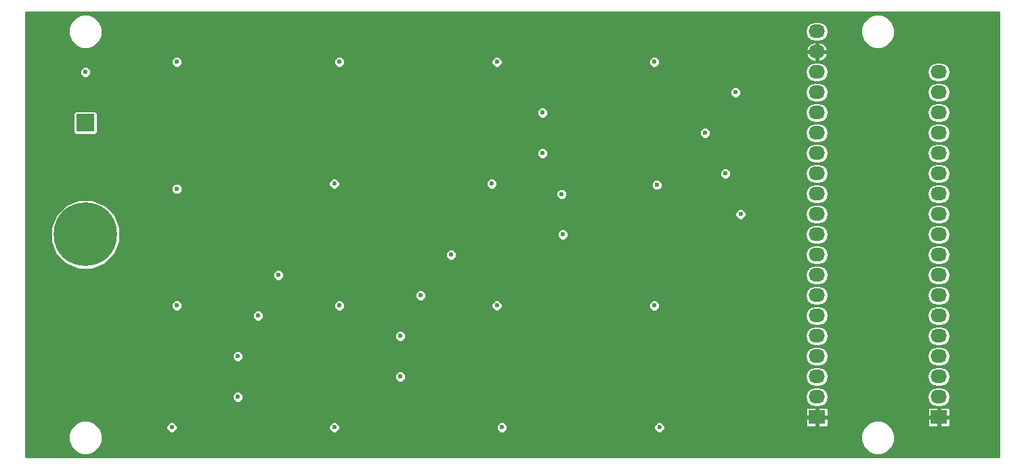
<source format=gbr>
G04 #@! TF.FileFunction,Copper,L3,Inr,Signal*
%FSLAX46Y46*%
G04 Gerber Fmt 4.6, Leading zero omitted, Abs format (unit mm)*
G04 Created by KiCad (PCBNEW 4.0.2-4+6225~38~ubuntu14.04.1-stable) date Sat Feb 20 17:03:59 2016*
%MOMM*%
G01*
G04 APERTURE LIST*
%ADD10C,0.100000*%
%ADD11C,7.929880*%
%ADD12R,2.032000X1.727200*%
%ADD13O,2.032000X1.727200*%
%ADD14R,2.235200X2.235200*%
%ADD15C,0.600000*%
%ADD16C,0.254000*%
G04 APERTURE END LIST*
D10*
D11*
X86360000Y-58420000D03*
D12*
X177800000Y-81280000D03*
D13*
X177800000Y-78740000D03*
X177800000Y-76200000D03*
X177800000Y-73660000D03*
X177800000Y-71120000D03*
X177800000Y-68580000D03*
X177800000Y-66040000D03*
X177800000Y-63500000D03*
X177800000Y-60960000D03*
X177800000Y-58420000D03*
X177800000Y-55880000D03*
X177800000Y-53340000D03*
X177800000Y-50800000D03*
X177800000Y-48260000D03*
X177800000Y-45720000D03*
X177800000Y-43180000D03*
X177800000Y-40640000D03*
X177800000Y-38100000D03*
X177800000Y-35560000D03*
X177800000Y-33020000D03*
D12*
X193040000Y-81280000D03*
D13*
X193040000Y-78740000D03*
X193040000Y-76200000D03*
X193040000Y-73660000D03*
X193040000Y-71120000D03*
X193040000Y-68580000D03*
X193040000Y-66040000D03*
X193040000Y-63500000D03*
X193040000Y-60960000D03*
X193040000Y-58420000D03*
X193040000Y-55880000D03*
X193040000Y-53340000D03*
X193040000Y-50800000D03*
X193040000Y-48260000D03*
X193040000Y-45720000D03*
X193040000Y-43180000D03*
X193040000Y-40640000D03*
X193040000Y-38100000D03*
D14*
X86360000Y-44450000D03*
D15*
X157806941Y-52219982D03*
X137795000Y-67310000D03*
X137160000Y-52070000D03*
X137795000Y-36830000D03*
X118110000Y-36830000D03*
X117475000Y-52070000D03*
X118110000Y-67310000D03*
X117475000Y-82550000D03*
X97790000Y-36830000D03*
X97790000Y-52705000D03*
X97790000Y-67310000D03*
X97155000Y-82550000D03*
X138430000Y-82550000D03*
X158115000Y-82550000D03*
X157480000Y-67310000D03*
X157480000Y-36830000D03*
X110490000Y-63500000D03*
X142240000Y-64770000D03*
X142240000Y-50165000D03*
X142240000Y-34925000D03*
X121920000Y-34925000D03*
X121920000Y-50165000D03*
X121920000Y-65405000D03*
X122555000Y-80645000D03*
X102235000Y-35560000D03*
X102235000Y-50800000D03*
X102235000Y-65405000D03*
X102235000Y-80645000D03*
X142240000Y-80645000D03*
X162560000Y-80645000D03*
X160655000Y-62230000D03*
X161925000Y-50165000D03*
X161925000Y-35560000D03*
X107950000Y-68580000D03*
X105410000Y-73660000D03*
X105410000Y-78740000D03*
X132080000Y-60960000D03*
X128270000Y-66040000D03*
X125730000Y-71120000D03*
X125730000Y-76200000D03*
X143510000Y-43180000D03*
X143510000Y-48260000D03*
X145900000Y-53360000D03*
X146050000Y-58420000D03*
X167640000Y-40640000D03*
X163830000Y-45720000D03*
X166370000Y-50800000D03*
X168275000Y-55880000D03*
X86360000Y-38100000D03*
D16*
G36*
X200533000Y-86233000D02*
X78867000Y-86233000D01*
X78867000Y-84242022D01*
X84228631Y-84242022D01*
X84552373Y-85025538D01*
X85151309Y-85625521D01*
X85934258Y-85950630D01*
X86782022Y-85951369D01*
X87565538Y-85627627D01*
X88165521Y-85028691D01*
X88490630Y-84245742D01*
X88490633Y-84242022D01*
X183288631Y-84242022D01*
X183612373Y-85025538D01*
X184211309Y-85625521D01*
X184994258Y-85950630D01*
X185842022Y-85951369D01*
X186625538Y-85627627D01*
X187225521Y-85028691D01*
X187550630Y-84245742D01*
X187551369Y-83397978D01*
X187227627Y-82614462D01*
X186628691Y-82014479D01*
X185845742Y-81689370D01*
X184997978Y-81688631D01*
X184214462Y-82012373D01*
X183614479Y-82611309D01*
X183289370Y-83394258D01*
X183288631Y-84242022D01*
X88490633Y-84242022D01*
X88491369Y-83397978D01*
X88196717Y-82684865D01*
X96473882Y-82684865D01*
X96577339Y-82935252D01*
X96768741Y-83126987D01*
X97018946Y-83230882D01*
X97289865Y-83231118D01*
X97540252Y-83127661D01*
X97731987Y-82936259D01*
X97835882Y-82686054D01*
X97835883Y-82684865D01*
X116793882Y-82684865D01*
X116897339Y-82935252D01*
X117088741Y-83126987D01*
X117338946Y-83230882D01*
X117609865Y-83231118D01*
X117860252Y-83127661D01*
X118051987Y-82936259D01*
X118155882Y-82686054D01*
X118155883Y-82684865D01*
X137748882Y-82684865D01*
X137852339Y-82935252D01*
X138043741Y-83126987D01*
X138293946Y-83230882D01*
X138564865Y-83231118D01*
X138815252Y-83127661D01*
X139006987Y-82936259D01*
X139110882Y-82686054D01*
X139110883Y-82684865D01*
X157433882Y-82684865D01*
X157537339Y-82935252D01*
X157728741Y-83126987D01*
X157978946Y-83230882D01*
X158249865Y-83231118D01*
X158500252Y-83127661D01*
X158691987Y-82936259D01*
X158795882Y-82686054D01*
X158796118Y-82415135D01*
X158692661Y-82164748D01*
X158501259Y-81973013D01*
X158251054Y-81869118D01*
X157980135Y-81868882D01*
X157729748Y-81972339D01*
X157538013Y-82163741D01*
X157434118Y-82413946D01*
X157433882Y-82684865D01*
X139110883Y-82684865D01*
X139111118Y-82415135D01*
X139007661Y-82164748D01*
X138816259Y-81973013D01*
X138566054Y-81869118D01*
X138295135Y-81868882D01*
X138044748Y-81972339D01*
X137853013Y-82163741D01*
X137749118Y-82413946D01*
X137748882Y-82684865D01*
X118155883Y-82684865D01*
X118156118Y-82415135D01*
X118052661Y-82164748D01*
X117861259Y-81973013D01*
X117611054Y-81869118D01*
X117340135Y-81868882D01*
X117089748Y-81972339D01*
X116898013Y-82163741D01*
X116794118Y-82413946D01*
X116793882Y-82684865D01*
X97835883Y-82684865D01*
X97836118Y-82415135D01*
X97732661Y-82164748D01*
X97541259Y-81973013D01*
X97291054Y-81869118D01*
X97020135Y-81868882D01*
X96769748Y-81972339D01*
X96578013Y-82163741D01*
X96474118Y-82413946D01*
X96473882Y-82684865D01*
X88196717Y-82684865D01*
X88167627Y-82614462D01*
X87568691Y-82014479D01*
X86785742Y-81689370D01*
X85937978Y-81688631D01*
X85154462Y-82012373D01*
X84554479Y-82611309D01*
X84229370Y-83394258D01*
X84228631Y-84242022D01*
X78867000Y-84242022D01*
X78867000Y-81502250D01*
X176403000Y-81502250D01*
X176403000Y-82219385D01*
X176461004Y-82359419D01*
X176568180Y-82466596D01*
X176708214Y-82524600D01*
X177577750Y-82524600D01*
X177673000Y-82429350D01*
X177673000Y-81407000D01*
X177927000Y-81407000D01*
X177927000Y-82429350D01*
X178022250Y-82524600D01*
X178891786Y-82524600D01*
X179031820Y-82466596D01*
X179138996Y-82359419D01*
X179197000Y-82219385D01*
X179197000Y-81502250D01*
X191643000Y-81502250D01*
X191643000Y-82219385D01*
X191701004Y-82359419D01*
X191808180Y-82466596D01*
X191948214Y-82524600D01*
X192817750Y-82524600D01*
X192913000Y-82429350D01*
X192913000Y-81407000D01*
X193167000Y-81407000D01*
X193167000Y-82429350D01*
X193262250Y-82524600D01*
X194131786Y-82524600D01*
X194271820Y-82466596D01*
X194378996Y-82359419D01*
X194437000Y-82219385D01*
X194437000Y-81502250D01*
X194341750Y-81407000D01*
X193167000Y-81407000D01*
X192913000Y-81407000D01*
X191738250Y-81407000D01*
X191643000Y-81502250D01*
X179197000Y-81502250D01*
X179101750Y-81407000D01*
X177927000Y-81407000D01*
X177673000Y-81407000D01*
X176498250Y-81407000D01*
X176403000Y-81502250D01*
X78867000Y-81502250D01*
X78867000Y-80340615D01*
X176403000Y-80340615D01*
X176403000Y-81057750D01*
X176498250Y-81153000D01*
X177673000Y-81153000D01*
X177673000Y-80130650D01*
X177927000Y-80130650D01*
X177927000Y-81153000D01*
X179101750Y-81153000D01*
X179197000Y-81057750D01*
X179197000Y-80340615D01*
X191643000Y-80340615D01*
X191643000Y-81057750D01*
X191738250Y-81153000D01*
X192913000Y-81153000D01*
X192913000Y-80130650D01*
X193167000Y-80130650D01*
X193167000Y-81153000D01*
X194341750Y-81153000D01*
X194437000Y-81057750D01*
X194437000Y-80340615D01*
X194378996Y-80200581D01*
X194271820Y-80093404D01*
X194131786Y-80035400D01*
X193262250Y-80035400D01*
X193167000Y-80130650D01*
X192913000Y-80130650D01*
X192817750Y-80035400D01*
X191948214Y-80035400D01*
X191808180Y-80093404D01*
X191701004Y-80200581D01*
X191643000Y-80340615D01*
X179197000Y-80340615D01*
X179138996Y-80200581D01*
X179031820Y-80093404D01*
X178891786Y-80035400D01*
X178022250Y-80035400D01*
X177927000Y-80130650D01*
X177673000Y-80130650D01*
X177577750Y-80035400D01*
X176708214Y-80035400D01*
X176568180Y-80093404D01*
X176461004Y-80200581D01*
X176403000Y-80340615D01*
X78867000Y-80340615D01*
X78867000Y-78874865D01*
X104728882Y-78874865D01*
X104832339Y-79125252D01*
X105023741Y-79316987D01*
X105273946Y-79420882D01*
X105544865Y-79421118D01*
X105795252Y-79317661D01*
X105986987Y-79126259D01*
X106090882Y-78876054D01*
X106091000Y-78740000D01*
X176375631Y-78740000D01*
X176470371Y-79216288D01*
X176740166Y-79620065D01*
X177143943Y-79889860D01*
X177620231Y-79984600D01*
X177979769Y-79984600D01*
X178456057Y-79889860D01*
X178859834Y-79620065D01*
X179129629Y-79216288D01*
X179224369Y-78740000D01*
X191615631Y-78740000D01*
X191710371Y-79216288D01*
X191980166Y-79620065D01*
X192383943Y-79889860D01*
X192860231Y-79984600D01*
X193219769Y-79984600D01*
X193696057Y-79889860D01*
X194099834Y-79620065D01*
X194369629Y-79216288D01*
X194464369Y-78740000D01*
X194369629Y-78263712D01*
X194099834Y-77859935D01*
X193696057Y-77590140D01*
X193219769Y-77495400D01*
X192860231Y-77495400D01*
X192383943Y-77590140D01*
X191980166Y-77859935D01*
X191710371Y-78263712D01*
X191615631Y-78740000D01*
X179224369Y-78740000D01*
X179129629Y-78263712D01*
X178859834Y-77859935D01*
X178456057Y-77590140D01*
X177979769Y-77495400D01*
X177620231Y-77495400D01*
X177143943Y-77590140D01*
X176740166Y-77859935D01*
X176470371Y-78263712D01*
X176375631Y-78740000D01*
X106091000Y-78740000D01*
X106091118Y-78605135D01*
X105987661Y-78354748D01*
X105796259Y-78163013D01*
X105546054Y-78059118D01*
X105275135Y-78058882D01*
X105024748Y-78162339D01*
X104833013Y-78353741D01*
X104729118Y-78603946D01*
X104728882Y-78874865D01*
X78867000Y-78874865D01*
X78867000Y-76334865D01*
X125048882Y-76334865D01*
X125152339Y-76585252D01*
X125343741Y-76776987D01*
X125593946Y-76880882D01*
X125864865Y-76881118D01*
X126115252Y-76777661D01*
X126306987Y-76586259D01*
X126410882Y-76336054D01*
X126411000Y-76200000D01*
X176375631Y-76200000D01*
X176470371Y-76676288D01*
X176740166Y-77080065D01*
X177143943Y-77349860D01*
X177620231Y-77444600D01*
X177979769Y-77444600D01*
X178456057Y-77349860D01*
X178859834Y-77080065D01*
X179129629Y-76676288D01*
X179224369Y-76200000D01*
X191615631Y-76200000D01*
X191710371Y-76676288D01*
X191980166Y-77080065D01*
X192383943Y-77349860D01*
X192860231Y-77444600D01*
X193219769Y-77444600D01*
X193696057Y-77349860D01*
X194099834Y-77080065D01*
X194369629Y-76676288D01*
X194464369Y-76200000D01*
X194369629Y-75723712D01*
X194099834Y-75319935D01*
X193696057Y-75050140D01*
X193219769Y-74955400D01*
X192860231Y-74955400D01*
X192383943Y-75050140D01*
X191980166Y-75319935D01*
X191710371Y-75723712D01*
X191615631Y-76200000D01*
X179224369Y-76200000D01*
X179129629Y-75723712D01*
X178859834Y-75319935D01*
X178456057Y-75050140D01*
X177979769Y-74955400D01*
X177620231Y-74955400D01*
X177143943Y-75050140D01*
X176740166Y-75319935D01*
X176470371Y-75723712D01*
X176375631Y-76200000D01*
X126411000Y-76200000D01*
X126411118Y-76065135D01*
X126307661Y-75814748D01*
X126116259Y-75623013D01*
X125866054Y-75519118D01*
X125595135Y-75518882D01*
X125344748Y-75622339D01*
X125153013Y-75813741D01*
X125049118Y-76063946D01*
X125048882Y-76334865D01*
X78867000Y-76334865D01*
X78867000Y-73794865D01*
X104728882Y-73794865D01*
X104832339Y-74045252D01*
X105023741Y-74236987D01*
X105273946Y-74340882D01*
X105544865Y-74341118D01*
X105795252Y-74237661D01*
X105986987Y-74046259D01*
X106090882Y-73796054D01*
X106091000Y-73660000D01*
X176375631Y-73660000D01*
X176470371Y-74136288D01*
X176740166Y-74540065D01*
X177143943Y-74809860D01*
X177620231Y-74904600D01*
X177979769Y-74904600D01*
X178456057Y-74809860D01*
X178859834Y-74540065D01*
X179129629Y-74136288D01*
X179224369Y-73660000D01*
X191615631Y-73660000D01*
X191710371Y-74136288D01*
X191980166Y-74540065D01*
X192383943Y-74809860D01*
X192860231Y-74904600D01*
X193219769Y-74904600D01*
X193696057Y-74809860D01*
X194099834Y-74540065D01*
X194369629Y-74136288D01*
X194464369Y-73660000D01*
X194369629Y-73183712D01*
X194099834Y-72779935D01*
X193696057Y-72510140D01*
X193219769Y-72415400D01*
X192860231Y-72415400D01*
X192383943Y-72510140D01*
X191980166Y-72779935D01*
X191710371Y-73183712D01*
X191615631Y-73660000D01*
X179224369Y-73660000D01*
X179129629Y-73183712D01*
X178859834Y-72779935D01*
X178456057Y-72510140D01*
X177979769Y-72415400D01*
X177620231Y-72415400D01*
X177143943Y-72510140D01*
X176740166Y-72779935D01*
X176470371Y-73183712D01*
X176375631Y-73660000D01*
X106091000Y-73660000D01*
X106091118Y-73525135D01*
X105987661Y-73274748D01*
X105796259Y-73083013D01*
X105546054Y-72979118D01*
X105275135Y-72978882D01*
X105024748Y-73082339D01*
X104833013Y-73273741D01*
X104729118Y-73523946D01*
X104728882Y-73794865D01*
X78867000Y-73794865D01*
X78867000Y-71254865D01*
X125048882Y-71254865D01*
X125152339Y-71505252D01*
X125343741Y-71696987D01*
X125593946Y-71800882D01*
X125864865Y-71801118D01*
X126115252Y-71697661D01*
X126306987Y-71506259D01*
X126410882Y-71256054D01*
X126411000Y-71120000D01*
X176375631Y-71120000D01*
X176470371Y-71596288D01*
X176740166Y-72000065D01*
X177143943Y-72269860D01*
X177620231Y-72364600D01*
X177979769Y-72364600D01*
X178456057Y-72269860D01*
X178859834Y-72000065D01*
X179129629Y-71596288D01*
X179224369Y-71120000D01*
X191615631Y-71120000D01*
X191710371Y-71596288D01*
X191980166Y-72000065D01*
X192383943Y-72269860D01*
X192860231Y-72364600D01*
X193219769Y-72364600D01*
X193696057Y-72269860D01*
X194099834Y-72000065D01*
X194369629Y-71596288D01*
X194464369Y-71120000D01*
X194369629Y-70643712D01*
X194099834Y-70239935D01*
X193696057Y-69970140D01*
X193219769Y-69875400D01*
X192860231Y-69875400D01*
X192383943Y-69970140D01*
X191980166Y-70239935D01*
X191710371Y-70643712D01*
X191615631Y-71120000D01*
X179224369Y-71120000D01*
X179129629Y-70643712D01*
X178859834Y-70239935D01*
X178456057Y-69970140D01*
X177979769Y-69875400D01*
X177620231Y-69875400D01*
X177143943Y-69970140D01*
X176740166Y-70239935D01*
X176470371Y-70643712D01*
X176375631Y-71120000D01*
X126411000Y-71120000D01*
X126411118Y-70985135D01*
X126307661Y-70734748D01*
X126116259Y-70543013D01*
X125866054Y-70439118D01*
X125595135Y-70438882D01*
X125344748Y-70542339D01*
X125153013Y-70733741D01*
X125049118Y-70983946D01*
X125048882Y-71254865D01*
X78867000Y-71254865D01*
X78867000Y-68714865D01*
X107268882Y-68714865D01*
X107372339Y-68965252D01*
X107563741Y-69156987D01*
X107813946Y-69260882D01*
X108084865Y-69261118D01*
X108335252Y-69157661D01*
X108526987Y-68966259D01*
X108630882Y-68716054D01*
X108631000Y-68580000D01*
X176375631Y-68580000D01*
X176470371Y-69056288D01*
X176740166Y-69460065D01*
X177143943Y-69729860D01*
X177620231Y-69824600D01*
X177979769Y-69824600D01*
X178456057Y-69729860D01*
X178859834Y-69460065D01*
X179129629Y-69056288D01*
X179224369Y-68580000D01*
X191615631Y-68580000D01*
X191710371Y-69056288D01*
X191980166Y-69460065D01*
X192383943Y-69729860D01*
X192860231Y-69824600D01*
X193219769Y-69824600D01*
X193696057Y-69729860D01*
X194099834Y-69460065D01*
X194369629Y-69056288D01*
X194464369Y-68580000D01*
X194369629Y-68103712D01*
X194099834Y-67699935D01*
X193696057Y-67430140D01*
X193219769Y-67335400D01*
X192860231Y-67335400D01*
X192383943Y-67430140D01*
X191980166Y-67699935D01*
X191710371Y-68103712D01*
X191615631Y-68580000D01*
X179224369Y-68580000D01*
X179129629Y-68103712D01*
X178859834Y-67699935D01*
X178456057Y-67430140D01*
X177979769Y-67335400D01*
X177620231Y-67335400D01*
X177143943Y-67430140D01*
X176740166Y-67699935D01*
X176470371Y-68103712D01*
X176375631Y-68580000D01*
X108631000Y-68580000D01*
X108631118Y-68445135D01*
X108527661Y-68194748D01*
X108336259Y-68003013D01*
X108086054Y-67899118D01*
X107815135Y-67898882D01*
X107564748Y-68002339D01*
X107373013Y-68193741D01*
X107269118Y-68443946D01*
X107268882Y-68714865D01*
X78867000Y-68714865D01*
X78867000Y-67444865D01*
X97108882Y-67444865D01*
X97212339Y-67695252D01*
X97403741Y-67886987D01*
X97653946Y-67990882D01*
X97924865Y-67991118D01*
X98175252Y-67887661D01*
X98366987Y-67696259D01*
X98470882Y-67446054D01*
X98470883Y-67444865D01*
X117428882Y-67444865D01*
X117532339Y-67695252D01*
X117723741Y-67886987D01*
X117973946Y-67990882D01*
X118244865Y-67991118D01*
X118495252Y-67887661D01*
X118686987Y-67696259D01*
X118790882Y-67446054D01*
X118790883Y-67444865D01*
X137113882Y-67444865D01*
X137217339Y-67695252D01*
X137408741Y-67886987D01*
X137658946Y-67990882D01*
X137929865Y-67991118D01*
X138180252Y-67887661D01*
X138371987Y-67696259D01*
X138475882Y-67446054D01*
X138475883Y-67444865D01*
X156798882Y-67444865D01*
X156902339Y-67695252D01*
X157093741Y-67886987D01*
X157343946Y-67990882D01*
X157614865Y-67991118D01*
X157865252Y-67887661D01*
X158056987Y-67696259D01*
X158160882Y-67446054D01*
X158161118Y-67175135D01*
X158057661Y-66924748D01*
X157866259Y-66733013D01*
X157616054Y-66629118D01*
X157345135Y-66628882D01*
X157094748Y-66732339D01*
X156903013Y-66923741D01*
X156799118Y-67173946D01*
X156798882Y-67444865D01*
X138475883Y-67444865D01*
X138476118Y-67175135D01*
X138372661Y-66924748D01*
X138181259Y-66733013D01*
X137931054Y-66629118D01*
X137660135Y-66628882D01*
X137409748Y-66732339D01*
X137218013Y-66923741D01*
X137114118Y-67173946D01*
X137113882Y-67444865D01*
X118790883Y-67444865D01*
X118791118Y-67175135D01*
X118687661Y-66924748D01*
X118496259Y-66733013D01*
X118246054Y-66629118D01*
X117975135Y-66628882D01*
X117724748Y-66732339D01*
X117533013Y-66923741D01*
X117429118Y-67173946D01*
X117428882Y-67444865D01*
X98470883Y-67444865D01*
X98471118Y-67175135D01*
X98367661Y-66924748D01*
X98176259Y-66733013D01*
X97926054Y-66629118D01*
X97655135Y-66628882D01*
X97404748Y-66732339D01*
X97213013Y-66923741D01*
X97109118Y-67173946D01*
X97108882Y-67444865D01*
X78867000Y-67444865D01*
X78867000Y-66174865D01*
X127588882Y-66174865D01*
X127692339Y-66425252D01*
X127883741Y-66616987D01*
X128133946Y-66720882D01*
X128404865Y-66721118D01*
X128655252Y-66617661D01*
X128846987Y-66426259D01*
X128950882Y-66176054D01*
X128951000Y-66040000D01*
X176375631Y-66040000D01*
X176470371Y-66516288D01*
X176740166Y-66920065D01*
X177143943Y-67189860D01*
X177620231Y-67284600D01*
X177979769Y-67284600D01*
X178456057Y-67189860D01*
X178859834Y-66920065D01*
X179129629Y-66516288D01*
X179224369Y-66040000D01*
X191615631Y-66040000D01*
X191710371Y-66516288D01*
X191980166Y-66920065D01*
X192383943Y-67189860D01*
X192860231Y-67284600D01*
X193219769Y-67284600D01*
X193696057Y-67189860D01*
X194099834Y-66920065D01*
X194369629Y-66516288D01*
X194464369Y-66040000D01*
X194369629Y-65563712D01*
X194099834Y-65159935D01*
X193696057Y-64890140D01*
X193219769Y-64795400D01*
X192860231Y-64795400D01*
X192383943Y-64890140D01*
X191980166Y-65159935D01*
X191710371Y-65563712D01*
X191615631Y-66040000D01*
X179224369Y-66040000D01*
X179129629Y-65563712D01*
X178859834Y-65159935D01*
X178456057Y-64890140D01*
X177979769Y-64795400D01*
X177620231Y-64795400D01*
X177143943Y-64890140D01*
X176740166Y-65159935D01*
X176470371Y-65563712D01*
X176375631Y-66040000D01*
X128951000Y-66040000D01*
X128951118Y-65905135D01*
X128847661Y-65654748D01*
X128656259Y-65463013D01*
X128406054Y-65359118D01*
X128135135Y-65358882D01*
X127884748Y-65462339D01*
X127693013Y-65653741D01*
X127589118Y-65903946D01*
X127588882Y-66174865D01*
X78867000Y-66174865D01*
X78867000Y-63634865D01*
X109808882Y-63634865D01*
X109912339Y-63885252D01*
X110103741Y-64076987D01*
X110353946Y-64180882D01*
X110624865Y-64181118D01*
X110875252Y-64077661D01*
X111066987Y-63886259D01*
X111170882Y-63636054D01*
X111171000Y-63500000D01*
X176375631Y-63500000D01*
X176470371Y-63976288D01*
X176740166Y-64380065D01*
X177143943Y-64649860D01*
X177620231Y-64744600D01*
X177979769Y-64744600D01*
X178456057Y-64649860D01*
X178859834Y-64380065D01*
X179129629Y-63976288D01*
X179224369Y-63500000D01*
X191615631Y-63500000D01*
X191710371Y-63976288D01*
X191980166Y-64380065D01*
X192383943Y-64649860D01*
X192860231Y-64744600D01*
X193219769Y-64744600D01*
X193696057Y-64649860D01*
X194099834Y-64380065D01*
X194369629Y-63976288D01*
X194464369Y-63500000D01*
X194369629Y-63023712D01*
X194099834Y-62619935D01*
X193696057Y-62350140D01*
X193219769Y-62255400D01*
X192860231Y-62255400D01*
X192383943Y-62350140D01*
X191980166Y-62619935D01*
X191710371Y-63023712D01*
X191615631Y-63500000D01*
X179224369Y-63500000D01*
X179129629Y-63023712D01*
X178859834Y-62619935D01*
X178456057Y-62350140D01*
X177979769Y-62255400D01*
X177620231Y-62255400D01*
X177143943Y-62350140D01*
X176740166Y-62619935D01*
X176470371Y-63023712D01*
X176375631Y-63500000D01*
X111171000Y-63500000D01*
X111171118Y-63365135D01*
X111067661Y-63114748D01*
X110876259Y-62923013D01*
X110626054Y-62819118D01*
X110355135Y-62818882D01*
X110104748Y-62922339D01*
X109913013Y-63113741D01*
X109809118Y-63363946D01*
X109808882Y-63634865D01*
X78867000Y-63634865D01*
X78867000Y-59280668D01*
X82013307Y-59280668D01*
X82673543Y-60878561D01*
X83895009Y-62102160D01*
X85491747Y-62765184D01*
X87220668Y-62766693D01*
X88818561Y-62106457D01*
X89831919Y-61094865D01*
X131398882Y-61094865D01*
X131502339Y-61345252D01*
X131693741Y-61536987D01*
X131943946Y-61640882D01*
X132214865Y-61641118D01*
X132465252Y-61537661D01*
X132656987Y-61346259D01*
X132760882Y-61096054D01*
X132761000Y-60960000D01*
X176375631Y-60960000D01*
X176470371Y-61436288D01*
X176740166Y-61840065D01*
X177143943Y-62109860D01*
X177620231Y-62204600D01*
X177979769Y-62204600D01*
X178456057Y-62109860D01*
X178859834Y-61840065D01*
X179129629Y-61436288D01*
X179224369Y-60960000D01*
X191615631Y-60960000D01*
X191710371Y-61436288D01*
X191980166Y-61840065D01*
X192383943Y-62109860D01*
X192860231Y-62204600D01*
X193219769Y-62204600D01*
X193696057Y-62109860D01*
X194099834Y-61840065D01*
X194369629Y-61436288D01*
X194464369Y-60960000D01*
X194369629Y-60483712D01*
X194099834Y-60079935D01*
X193696057Y-59810140D01*
X193219769Y-59715400D01*
X192860231Y-59715400D01*
X192383943Y-59810140D01*
X191980166Y-60079935D01*
X191710371Y-60483712D01*
X191615631Y-60960000D01*
X179224369Y-60960000D01*
X179129629Y-60483712D01*
X178859834Y-60079935D01*
X178456057Y-59810140D01*
X177979769Y-59715400D01*
X177620231Y-59715400D01*
X177143943Y-59810140D01*
X176740166Y-60079935D01*
X176470371Y-60483712D01*
X176375631Y-60960000D01*
X132761000Y-60960000D01*
X132761118Y-60825135D01*
X132657661Y-60574748D01*
X132466259Y-60383013D01*
X132216054Y-60279118D01*
X131945135Y-60278882D01*
X131694748Y-60382339D01*
X131503013Y-60573741D01*
X131399118Y-60823946D01*
X131398882Y-61094865D01*
X89831919Y-61094865D01*
X90042160Y-60884991D01*
X90705184Y-59288253D01*
X90705824Y-58554865D01*
X145368882Y-58554865D01*
X145472339Y-58805252D01*
X145663741Y-58996987D01*
X145913946Y-59100882D01*
X146184865Y-59101118D01*
X146435252Y-58997661D01*
X146626987Y-58806259D01*
X146730882Y-58556054D01*
X146731000Y-58420000D01*
X176375631Y-58420000D01*
X176470371Y-58896288D01*
X176740166Y-59300065D01*
X177143943Y-59569860D01*
X177620231Y-59664600D01*
X177979769Y-59664600D01*
X178456057Y-59569860D01*
X178859834Y-59300065D01*
X179129629Y-58896288D01*
X179224369Y-58420000D01*
X191615631Y-58420000D01*
X191710371Y-58896288D01*
X191980166Y-59300065D01*
X192383943Y-59569860D01*
X192860231Y-59664600D01*
X193219769Y-59664600D01*
X193696057Y-59569860D01*
X194099834Y-59300065D01*
X194369629Y-58896288D01*
X194464369Y-58420000D01*
X194369629Y-57943712D01*
X194099834Y-57539935D01*
X193696057Y-57270140D01*
X193219769Y-57175400D01*
X192860231Y-57175400D01*
X192383943Y-57270140D01*
X191980166Y-57539935D01*
X191710371Y-57943712D01*
X191615631Y-58420000D01*
X179224369Y-58420000D01*
X179129629Y-57943712D01*
X178859834Y-57539935D01*
X178456057Y-57270140D01*
X177979769Y-57175400D01*
X177620231Y-57175400D01*
X177143943Y-57270140D01*
X176740166Y-57539935D01*
X176470371Y-57943712D01*
X176375631Y-58420000D01*
X146731000Y-58420000D01*
X146731118Y-58285135D01*
X146627661Y-58034748D01*
X146436259Y-57843013D01*
X146186054Y-57739118D01*
X145915135Y-57738882D01*
X145664748Y-57842339D01*
X145473013Y-58033741D01*
X145369118Y-58283946D01*
X145368882Y-58554865D01*
X90705824Y-58554865D01*
X90706693Y-57559332D01*
X90068533Y-56014865D01*
X167593882Y-56014865D01*
X167697339Y-56265252D01*
X167888741Y-56456987D01*
X168138946Y-56560882D01*
X168409865Y-56561118D01*
X168660252Y-56457661D01*
X168851987Y-56266259D01*
X168955882Y-56016054D01*
X168956000Y-55880000D01*
X176375631Y-55880000D01*
X176470371Y-56356288D01*
X176740166Y-56760065D01*
X177143943Y-57029860D01*
X177620231Y-57124600D01*
X177979769Y-57124600D01*
X178456057Y-57029860D01*
X178859834Y-56760065D01*
X179129629Y-56356288D01*
X179224369Y-55880000D01*
X191615631Y-55880000D01*
X191710371Y-56356288D01*
X191980166Y-56760065D01*
X192383943Y-57029860D01*
X192860231Y-57124600D01*
X193219769Y-57124600D01*
X193696057Y-57029860D01*
X194099834Y-56760065D01*
X194369629Y-56356288D01*
X194464369Y-55880000D01*
X194369629Y-55403712D01*
X194099834Y-54999935D01*
X193696057Y-54730140D01*
X193219769Y-54635400D01*
X192860231Y-54635400D01*
X192383943Y-54730140D01*
X191980166Y-54999935D01*
X191710371Y-55403712D01*
X191615631Y-55880000D01*
X179224369Y-55880000D01*
X179129629Y-55403712D01*
X178859834Y-54999935D01*
X178456057Y-54730140D01*
X177979769Y-54635400D01*
X177620231Y-54635400D01*
X177143943Y-54730140D01*
X176740166Y-54999935D01*
X176470371Y-55403712D01*
X176375631Y-55880000D01*
X168956000Y-55880000D01*
X168956118Y-55745135D01*
X168852661Y-55494748D01*
X168661259Y-55303013D01*
X168411054Y-55199118D01*
X168140135Y-55198882D01*
X167889748Y-55302339D01*
X167698013Y-55493741D01*
X167594118Y-55743946D01*
X167593882Y-56014865D01*
X90068533Y-56014865D01*
X90046457Y-55961439D01*
X88824991Y-54737840D01*
X87228253Y-54074816D01*
X85499332Y-54073307D01*
X83901439Y-54733543D01*
X82677840Y-55955009D01*
X82014816Y-57551747D01*
X82013307Y-59280668D01*
X78867000Y-59280668D01*
X78867000Y-53494865D01*
X145218882Y-53494865D01*
X145322339Y-53745252D01*
X145513741Y-53936987D01*
X145763946Y-54040882D01*
X146034865Y-54041118D01*
X146285252Y-53937661D01*
X146476987Y-53746259D01*
X146580882Y-53496054D01*
X146581017Y-53340000D01*
X176375631Y-53340000D01*
X176470371Y-53816288D01*
X176740166Y-54220065D01*
X177143943Y-54489860D01*
X177620231Y-54584600D01*
X177979769Y-54584600D01*
X178456057Y-54489860D01*
X178859834Y-54220065D01*
X179129629Y-53816288D01*
X179224369Y-53340000D01*
X191615631Y-53340000D01*
X191710371Y-53816288D01*
X191980166Y-54220065D01*
X192383943Y-54489860D01*
X192860231Y-54584600D01*
X193219769Y-54584600D01*
X193696057Y-54489860D01*
X194099834Y-54220065D01*
X194369629Y-53816288D01*
X194464369Y-53340000D01*
X194369629Y-52863712D01*
X194099834Y-52459935D01*
X193696057Y-52190140D01*
X193219769Y-52095400D01*
X192860231Y-52095400D01*
X192383943Y-52190140D01*
X191980166Y-52459935D01*
X191710371Y-52863712D01*
X191615631Y-53340000D01*
X179224369Y-53340000D01*
X179129629Y-52863712D01*
X178859834Y-52459935D01*
X178456057Y-52190140D01*
X177979769Y-52095400D01*
X177620231Y-52095400D01*
X177143943Y-52190140D01*
X176740166Y-52459935D01*
X176470371Y-52863712D01*
X176375631Y-53340000D01*
X146581017Y-53340000D01*
X146581118Y-53225135D01*
X146477661Y-52974748D01*
X146286259Y-52783013D01*
X146036054Y-52679118D01*
X145765135Y-52678882D01*
X145514748Y-52782339D01*
X145323013Y-52973741D01*
X145219118Y-53223946D01*
X145218882Y-53494865D01*
X78867000Y-53494865D01*
X78867000Y-52839865D01*
X97108882Y-52839865D01*
X97212339Y-53090252D01*
X97403741Y-53281987D01*
X97653946Y-53385882D01*
X97924865Y-53386118D01*
X98175252Y-53282661D01*
X98366987Y-53091259D01*
X98470882Y-52841054D01*
X98471118Y-52570135D01*
X98367661Y-52319748D01*
X98252978Y-52204865D01*
X116793882Y-52204865D01*
X116897339Y-52455252D01*
X117088741Y-52646987D01*
X117338946Y-52750882D01*
X117609865Y-52751118D01*
X117860252Y-52647661D01*
X118051987Y-52456259D01*
X118155882Y-52206054D01*
X118155883Y-52204865D01*
X136478882Y-52204865D01*
X136582339Y-52455252D01*
X136773741Y-52646987D01*
X137023946Y-52750882D01*
X137294865Y-52751118D01*
X137545252Y-52647661D01*
X137736987Y-52456259D01*
X137779097Y-52354847D01*
X157125823Y-52354847D01*
X157229280Y-52605234D01*
X157420682Y-52796969D01*
X157670887Y-52900864D01*
X157941806Y-52901100D01*
X158192193Y-52797643D01*
X158383928Y-52606241D01*
X158487823Y-52356036D01*
X158488059Y-52085117D01*
X158384602Y-51834730D01*
X158193200Y-51642995D01*
X157942995Y-51539100D01*
X157672076Y-51538864D01*
X157421689Y-51642321D01*
X157229954Y-51833723D01*
X157126059Y-52083928D01*
X157125823Y-52354847D01*
X137779097Y-52354847D01*
X137840882Y-52206054D01*
X137841118Y-51935135D01*
X137737661Y-51684748D01*
X137546259Y-51493013D01*
X137296054Y-51389118D01*
X137025135Y-51388882D01*
X136774748Y-51492339D01*
X136583013Y-51683741D01*
X136479118Y-51933946D01*
X136478882Y-52204865D01*
X118155883Y-52204865D01*
X118156118Y-51935135D01*
X118052661Y-51684748D01*
X117861259Y-51493013D01*
X117611054Y-51389118D01*
X117340135Y-51388882D01*
X117089748Y-51492339D01*
X116898013Y-51683741D01*
X116794118Y-51933946D01*
X116793882Y-52204865D01*
X98252978Y-52204865D01*
X98176259Y-52128013D01*
X97926054Y-52024118D01*
X97655135Y-52023882D01*
X97404748Y-52127339D01*
X97213013Y-52318741D01*
X97109118Y-52568946D01*
X97108882Y-52839865D01*
X78867000Y-52839865D01*
X78867000Y-50934865D01*
X165688882Y-50934865D01*
X165792339Y-51185252D01*
X165983741Y-51376987D01*
X166233946Y-51480882D01*
X166504865Y-51481118D01*
X166755252Y-51377661D01*
X166946987Y-51186259D01*
X167050882Y-50936054D01*
X167051000Y-50800000D01*
X176375631Y-50800000D01*
X176470371Y-51276288D01*
X176740166Y-51680065D01*
X177143943Y-51949860D01*
X177620231Y-52044600D01*
X177979769Y-52044600D01*
X178456057Y-51949860D01*
X178859834Y-51680065D01*
X179129629Y-51276288D01*
X179224369Y-50800000D01*
X191615631Y-50800000D01*
X191710371Y-51276288D01*
X191980166Y-51680065D01*
X192383943Y-51949860D01*
X192860231Y-52044600D01*
X193219769Y-52044600D01*
X193696057Y-51949860D01*
X194099834Y-51680065D01*
X194369629Y-51276288D01*
X194464369Y-50800000D01*
X194369629Y-50323712D01*
X194099834Y-49919935D01*
X193696057Y-49650140D01*
X193219769Y-49555400D01*
X192860231Y-49555400D01*
X192383943Y-49650140D01*
X191980166Y-49919935D01*
X191710371Y-50323712D01*
X191615631Y-50800000D01*
X179224369Y-50800000D01*
X179129629Y-50323712D01*
X178859834Y-49919935D01*
X178456057Y-49650140D01*
X177979769Y-49555400D01*
X177620231Y-49555400D01*
X177143943Y-49650140D01*
X176740166Y-49919935D01*
X176470371Y-50323712D01*
X176375631Y-50800000D01*
X167051000Y-50800000D01*
X167051118Y-50665135D01*
X166947661Y-50414748D01*
X166756259Y-50223013D01*
X166506054Y-50119118D01*
X166235135Y-50118882D01*
X165984748Y-50222339D01*
X165793013Y-50413741D01*
X165689118Y-50663946D01*
X165688882Y-50934865D01*
X78867000Y-50934865D01*
X78867000Y-48394865D01*
X142828882Y-48394865D01*
X142932339Y-48645252D01*
X143123741Y-48836987D01*
X143373946Y-48940882D01*
X143644865Y-48941118D01*
X143895252Y-48837661D01*
X144086987Y-48646259D01*
X144190882Y-48396054D01*
X144191000Y-48260000D01*
X176375631Y-48260000D01*
X176470371Y-48736288D01*
X176740166Y-49140065D01*
X177143943Y-49409860D01*
X177620231Y-49504600D01*
X177979769Y-49504600D01*
X178456057Y-49409860D01*
X178859834Y-49140065D01*
X179129629Y-48736288D01*
X179224369Y-48260000D01*
X191615631Y-48260000D01*
X191710371Y-48736288D01*
X191980166Y-49140065D01*
X192383943Y-49409860D01*
X192860231Y-49504600D01*
X193219769Y-49504600D01*
X193696057Y-49409860D01*
X194099834Y-49140065D01*
X194369629Y-48736288D01*
X194464369Y-48260000D01*
X194369629Y-47783712D01*
X194099834Y-47379935D01*
X193696057Y-47110140D01*
X193219769Y-47015400D01*
X192860231Y-47015400D01*
X192383943Y-47110140D01*
X191980166Y-47379935D01*
X191710371Y-47783712D01*
X191615631Y-48260000D01*
X179224369Y-48260000D01*
X179129629Y-47783712D01*
X178859834Y-47379935D01*
X178456057Y-47110140D01*
X177979769Y-47015400D01*
X177620231Y-47015400D01*
X177143943Y-47110140D01*
X176740166Y-47379935D01*
X176470371Y-47783712D01*
X176375631Y-48260000D01*
X144191000Y-48260000D01*
X144191118Y-48125135D01*
X144087661Y-47874748D01*
X143896259Y-47683013D01*
X143646054Y-47579118D01*
X143375135Y-47578882D01*
X143124748Y-47682339D01*
X142933013Y-47873741D01*
X142829118Y-48123946D01*
X142828882Y-48394865D01*
X78867000Y-48394865D01*
X78867000Y-43332400D01*
X84853936Y-43332400D01*
X84853936Y-45567600D01*
X84880503Y-45708790D01*
X84963946Y-45838465D01*
X85091266Y-45925459D01*
X85242400Y-45956064D01*
X87477600Y-45956064D01*
X87618790Y-45929497D01*
X87734772Y-45854865D01*
X163148882Y-45854865D01*
X163252339Y-46105252D01*
X163443741Y-46296987D01*
X163693946Y-46400882D01*
X163964865Y-46401118D01*
X164215252Y-46297661D01*
X164406987Y-46106259D01*
X164510882Y-45856054D01*
X164511000Y-45720000D01*
X176375631Y-45720000D01*
X176470371Y-46196288D01*
X176740166Y-46600065D01*
X177143943Y-46869860D01*
X177620231Y-46964600D01*
X177979769Y-46964600D01*
X178456057Y-46869860D01*
X178859834Y-46600065D01*
X179129629Y-46196288D01*
X179224369Y-45720000D01*
X191615631Y-45720000D01*
X191710371Y-46196288D01*
X191980166Y-46600065D01*
X192383943Y-46869860D01*
X192860231Y-46964600D01*
X193219769Y-46964600D01*
X193696057Y-46869860D01*
X194099834Y-46600065D01*
X194369629Y-46196288D01*
X194464369Y-45720000D01*
X194369629Y-45243712D01*
X194099834Y-44839935D01*
X193696057Y-44570140D01*
X193219769Y-44475400D01*
X192860231Y-44475400D01*
X192383943Y-44570140D01*
X191980166Y-44839935D01*
X191710371Y-45243712D01*
X191615631Y-45720000D01*
X179224369Y-45720000D01*
X179129629Y-45243712D01*
X178859834Y-44839935D01*
X178456057Y-44570140D01*
X177979769Y-44475400D01*
X177620231Y-44475400D01*
X177143943Y-44570140D01*
X176740166Y-44839935D01*
X176470371Y-45243712D01*
X176375631Y-45720000D01*
X164511000Y-45720000D01*
X164511118Y-45585135D01*
X164407661Y-45334748D01*
X164216259Y-45143013D01*
X163966054Y-45039118D01*
X163695135Y-45038882D01*
X163444748Y-45142339D01*
X163253013Y-45333741D01*
X163149118Y-45583946D01*
X163148882Y-45854865D01*
X87734772Y-45854865D01*
X87748465Y-45846054D01*
X87835459Y-45718734D01*
X87866064Y-45567600D01*
X87866064Y-43332400D01*
X87862765Y-43314865D01*
X142828882Y-43314865D01*
X142932339Y-43565252D01*
X143123741Y-43756987D01*
X143373946Y-43860882D01*
X143644865Y-43861118D01*
X143895252Y-43757661D01*
X144086987Y-43566259D01*
X144190882Y-43316054D01*
X144191000Y-43180000D01*
X176375631Y-43180000D01*
X176470371Y-43656288D01*
X176740166Y-44060065D01*
X177143943Y-44329860D01*
X177620231Y-44424600D01*
X177979769Y-44424600D01*
X178456057Y-44329860D01*
X178859834Y-44060065D01*
X179129629Y-43656288D01*
X179224369Y-43180000D01*
X191615631Y-43180000D01*
X191710371Y-43656288D01*
X191980166Y-44060065D01*
X192383943Y-44329860D01*
X192860231Y-44424600D01*
X193219769Y-44424600D01*
X193696057Y-44329860D01*
X194099834Y-44060065D01*
X194369629Y-43656288D01*
X194464369Y-43180000D01*
X194369629Y-42703712D01*
X194099834Y-42299935D01*
X193696057Y-42030140D01*
X193219769Y-41935400D01*
X192860231Y-41935400D01*
X192383943Y-42030140D01*
X191980166Y-42299935D01*
X191710371Y-42703712D01*
X191615631Y-43180000D01*
X179224369Y-43180000D01*
X179129629Y-42703712D01*
X178859834Y-42299935D01*
X178456057Y-42030140D01*
X177979769Y-41935400D01*
X177620231Y-41935400D01*
X177143943Y-42030140D01*
X176740166Y-42299935D01*
X176470371Y-42703712D01*
X176375631Y-43180000D01*
X144191000Y-43180000D01*
X144191118Y-43045135D01*
X144087661Y-42794748D01*
X143896259Y-42603013D01*
X143646054Y-42499118D01*
X143375135Y-42498882D01*
X143124748Y-42602339D01*
X142933013Y-42793741D01*
X142829118Y-43043946D01*
X142828882Y-43314865D01*
X87862765Y-43314865D01*
X87839497Y-43191210D01*
X87756054Y-43061535D01*
X87628734Y-42974541D01*
X87477600Y-42943936D01*
X85242400Y-42943936D01*
X85101210Y-42970503D01*
X84971535Y-43053946D01*
X84884541Y-43181266D01*
X84853936Y-43332400D01*
X78867000Y-43332400D01*
X78867000Y-40774865D01*
X166958882Y-40774865D01*
X167062339Y-41025252D01*
X167253741Y-41216987D01*
X167503946Y-41320882D01*
X167774865Y-41321118D01*
X168025252Y-41217661D01*
X168216987Y-41026259D01*
X168320882Y-40776054D01*
X168321000Y-40640000D01*
X176375631Y-40640000D01*
X176470371Y-41116288D01*
X176740166Y-41520065D01*
X177143943Y-41789860D01*
X177620231Y-41884600D01*
X177979769Y-41884600D01*
X178456057Y-41789860D01*
X178859834Y-41520065D01*
X179129629Y-41116288D01*
X179224369Y-40640000D01*
X191615631Y-40640000D01*
X191710371Y-41116288D01*
X191980166Y-41520065D01*
X192383943Y-41789860D01*
X192860231Y-41884600D01*
X193219769Y-41884600D01*
X193696057Y-41789860D01*
X194099834Y-41520065D01*
X194369629Y-41116288D01*
X194464369Y-40640000D01*
X194369629Y-40163712D01*
X194099834Y-39759935D01*
X193696057Y-39490140D01*
X193219769Y-39395400D01*
X192860231Y-39395400D01*
X192383943Y-39490140D01*
X191980166Y-39759935D01*
X191710371Y-40163712D01*
X191615631Y-40640000D01*
X179224369Y-40640000D01*
X179129629Y-40163712D01*
X178859834Y-39759935D01*
X178456057Y-39490140D01*
X177979769Y-39395400D01*
X177620231Y-39395400D01*
X177143943Y-39490140D01*
X176740166Y-39759935D01*
X176470371Y-40163712D01*
X176375631Y-40640000D01*
X168321000Y-40640000D01*
X168321118Y-40505135D01*
X168217661Y-40254748D01*
X168026259Y-40063013D01*
X167776054Y-39959118D01*
X167505135Y-39958882D01*
X167254748Y-40062339D01*
X167063013Y-40253741D01*
X166959118Y-40503946D01*
X166958882Y-40774865D01*
X78867000Y-40774865D01*
X78867000Y-38234865D01*
X85678882Y-38234865D01*
X85782339Y-38485252D01*
X85973741Y-38676987D01*
X86223946Y-38780882D01*
X86494865Y-38781118D01*
X86745252Y-38677661D01*
X86936987Y-38486259D01*
X87040882Y-38236054D01*
X87041000Y-38100000D01*
X176375631Y-38100000D01*
X176470371Y-38576288D01*
X176740166Y-38980065D01*
X177143943Y-39249860D01*
X177620231Y-39344600D01*
X177979769Y-39344600D01*
X178456057Y-39249860D01*
X178859834Y-38980065D01*
X179129629Y-38576288D01*
X179224369Y-38100000D01*
X191615631Y-38100000D01*
X191710371Y-38576288D01*
X191980166Y-38980065D01*
X192383943Y-39249860D01*
X192860231Y-39344600D01*
X193219769Y-39344600D01*
X193696057Y-39249860D01*
X194099834Y-38980065D01*
X194369629Y-38576288D01*
X194464369Y-38100000D01*
X194369629Y-37623712D01*
X194099834Y-37219935D01*
X193696057Y-36950140D01*
X193219769Y-36855400D01*
X192860231Y-36855400D01*
X192383943Y-36950140D01*
X191980166Y-37219935D01*
X191710371Y-37623712D01*
X191615631Y-38100000D01*
X179224369Y-38100000D01*
X179129629Y-37623712D01*
X178859834Y-37219935D01*
X178456057Y-36950140D01*
X177979769Y-36855400D01*
X177620231Y-36855400D01*
X177143943Y-36950140D01*
X176740166Y-37219935D01*
X176470371Y-37623712D01*
X176375631Y-38100000D01*
X87041000Y-38100000D01*
X87041118Y-37965135D01*
X86937661Y-37714748D01*
X86746259Y-37523013D01*
X86496054Y-37419118D01*
X86225135Y-37418882D01*
X85974748Y-37522339D01*
X85783013Y-37713741D01*
X85679118Y-37963946D01*
X85678882Y-38234865D01*
X78867000Y-38234865D01*
X78867000Y-36964865D01*
X97108882Y-36964865D01*
X97212339Y-37215252D01*
X97403741Y-37406987D01*
X97653946Y-37510882D01*
X97924865Y-37511118D01*
X98175252Y-37407661D01*
X98366987Y-37216259D01*
X98470882Y-36966054D01*
X98470883Y-36964865D01*
X117428882Y-36964865D01*
X117532339Y-37215252D01*
X117723741Y-37406987D01*
X117973946Y-37510882D01*
X118244865Y-37511118D01*
X118495252Y-37407661D01*
X118686987Y-37216259D01*
X118790882Y-36966054D01*
X118790883Y-36964865D01*
X137113882Y-36964865D01*
X137217339Y-37215252D01*
X137408741Y-37406987D01*
X137658946Y-37510882D01*
X137929865Y-37511118D01*
X138180252Y-37407661D01*
X138371987Y-37216259D01*
X138475882Y-36966054D01*
X138475883Y-36964865D01*
X156798882Y-36964865D01*
X156902339Y-37215252D01*
X157093741Y-37406987D01*
X157343946Y-37510882D01*
X157614865Y-37511118D01*
X157865252Y-37407661D01*
X158056987Y-37216259D01*
X158160882Y-36966054D01*
X158161118Y-36695135D01*
X158057661Y-36444748D01*
X157866259Y-36253013D01*
X157616054Y-36149118D01*
X157345135Y-36148882D01*
X157094748Y-36252339D01*
X156903013Y-36443741D01*
X156799118Y-36693946D01*
X156798882Y-36964865D01*
X138475883Y-36964865D01*
X138476118Y-36695135D01*
X138372661Y-36444748D01*
X138181259Y-36253013D01*
X137931054Y-36149118D01*
X137660135Y-36148882D01*
X137409748Y-36252339D01*
X137218013Y-36443741D01*
X137114118Y-36693946D01*
X137113882Y-36964865D01*
X118790883Y-36964865D01*
X118791118Y-36695135D01*
X118687661Y-36444748D01*
X118496259Y-36253013D01*
X118246054Y-36149118D01*
X117975135Y-36148882D01*
X117724748Y-36252339D01*
X117533013Y-36443741D01*
X117429118Y-36693946D01*
X117428882Y-36964865D01*
X98470883Y-36964865D01*
X98471118Y-36695135D01*
X98367661Y-36444748D01*
X98176259Y-36253013D01*
X97926054Y-36149118D01*
X97655135Y-36148882D01*
X97404748Y-36252339D01*
X97213013Y-36443741D01*
X97109118Y-36693946D01*
X97108882Y-36964865D01*
X78867000Y-36964865D01*
X78867000Y-35879118D01*
X176444607Y-35879118D01*
X176654581Y-36312867D01*
X177018280Y-36635570D01*
X177477787Y-36794527D01*
X177673000Y-36710643D01*
X177673000Y-35687000D01*
X177927000Y-35687000D01*
X177927000Y-36710643D01*
X178122213Y-36794527D01*
X178581720Y-36635570D01*
X178945419Y-36312867D01*
X179155393Y-35879118D01*
X179094712Y-35687000D01*
X177927000Y-35687000D01*
X177673000Y-35687000D01*
X176505288Y-35687000D01*
X176444607Y-35879118D01*
X78867000Y-35879118D01*
X78867000Y-35240882D01*
X176444607Y-35240882D01*
X176505288Y-35433000D01*
X177673000Y-35433000D01*
X177673000Y-34409357D01*
X177927000Y-34409357D01*
X177927000Y-35433000D01*
X179094712Y-35433000D01*
X179155393Y-35240882D01*
X178945419Y-34807133D01*
X178581720Y-34484430D01*
X178122213Y-34325473D01*
X177927000Y-34409357D01*
X177673000Y-34409357D01*
X177477787Y-34325473D01*
X177018280Y-34484430D01*
X176654581Y-34807133D01*
X176444607Y-35240882D01*
X78867000Y-35240882D01*
X78867000Y-33442022D01*
X84228631Y-33442022D01*
X84552373Y-34225538D01*
X85151309Y-34825521D01*
X85934258Y-35150630D01*
X86782022Y-35151369D01*
X87565538Y-34827627D01*
X88165521Y-34228691D01*
X88490630Y-33445742D01*
X88491001Y-33020000D01*
X176375631Y-33020000D01*
X176470371Y-33496288D01*
X176740166Y-33900065D01*
X177143943Y-34169860D01*
X177620231Y-34264600D01*
X177979769Y-34264600D01*
X178456057Y-34169860D01*
X178859834Y-33900065D01*
X179129629Y-33496288D01*
X179140423Y-33442022D01*
X183288631Y-33442022D01*
X183612373Y-34225538D01*
X184211309Y-34825521D01*
X184994258Y-35150630D01*
X185842022Y-35151369D01*
X186625538Y-34827627D01*
X187225521Y-34228691D01*
X187550630Y-33445742D01*
X187551369Y-32597978D01*
X187227627Y-31814462D01*
X186628691Y-31214479D01*
X185845742Y-30889370D01*
X184997978Y-30888631D01*
X184214462Y-31212373D01*
X183614479Y-31811309D01*
X183289370Y-32594258D01*
X183288631Y-33442022D01*
X179140423Y-33442022D01*
X179224369Y-33020000D01*
X179129629Y-32543712D01*
X178859834Y-32139935D01*
X178456057Y-31870140D01*
X177979769Y-31775400D01*
X177620231Y-31775400D01*
X177143943Y-31870140D01*
X176740166Y-32139935D01*
X176470371Y-32543712D01*
X176375631Y-33020000D01*
X88491001Y-33020000D01*
X88491369Y-32597978D01*
X88167627Y-31814462D01*
X87568691Y-31214479D01*
X86785742Y-30889370D01*
X85937978Y-30888631D01*
X85154462Y-31212373D01*
X84554479Y-31811309D01*
X84229370Y-32594258D01*
X84228631Y-33442022D01*
X78867000Y-33442022D01*
X78867000Y-30607000D01*
X200533000Y-30607000D01*
X200533000Y-86233000D01*
X200533000Y-86233000D01*
G37*
X200533000Y-86233000D02*
X78867000Y-86233000D01*
X78867000Y-84242022D01*
X84228631Y-84242022D01*
X84552373Y-85025538D01*
X85151309Y-85625521D01*
X85934258Y-85950630D01*
X86782022Y-85951369D01*
X87565538Y-85627627D01*
X88165521Y-85028691D01*
X88490630Y-84245742D01*
X88490633Y-84242022D01*
X183288631Y-84242022D01*
X183612373Y-85025538D01*
X184211309Y-85625521D01*
X184994258Y-85950630D01*
X185842022Y-85951369D01*
X186625538Y-85627627D01*
X187225521Y-85028691D01*
X187550630Y-84245742D01*
X187551369Y-83397978D01*
X187227627Y-82614462D01*
X186628691Y-82014479D01*
X185845742Y-81689370D01*
X184997978Y-81688631D01*
X184214462Y-82012373D01*
X183614479Y-82611309D01*
X183289370Y-83394258D01*
X183288631Y-84242022D01*
X88490633Y-84242022D01*
X88491369Y-83397978D01*
X88196717Y-82684865D01*
X96473882Y-82684865D01*
X96577339Y-82935252D01*
X96768741Y-83126987D01*
X97018946Y-83230882D01*
X97289865Y-83231118D01*
X97540252Y-83127661D01*
X97731987Y-82936259D01*
X97835882Y-82686054D01*
X97835883Y-82684865D01*
X116793882Y-82684865D01*
X116897339Y-82935252D01*
X117088741Y-83126987D01*
X117338946Y-83230882D01*
X117609865Y-83231118D01*
X117860252Y-83127661D01*
X118051987Y-82936259D01*
X118155882Y-82686054D01*
X118155883Y-82684865D01*
X137748882Y-82684865D01*
X137852339Y-82935252D01*
X138043741Y-83126987D01*
X138293946Y-83230882D01*
X138564865Y-83231118D01*
X138815252Y-83127661D01*
X139006987Y-82936259D01*
X139110882Y-82686054D01*
X139110883Y-82684865D01*
X157433882Y-82684865D01*
X157537339Y-82935252D01*
X157728741Y-83126987D01*
X157978946Y-83230882D01*
X158249865Y-83231118D01*
X158500252Y-83127661D01*
X158691987Y-82936259D01*
X158795882Y-82686054D01*
X158796118Y-82415135D01*
X158692661Y-82164748D01*
X158501259Y-81973013D01*
X158251054Y-81869118D01*
X157980135Y-81868882D01*
X157729748Y-81972339D01*
X157538013Y-82163741D01*
X157434118Y-82413946D01*
X157433882Y-82684865D01*
X139110883Y-82684865D01*
X139111118Y-82415135D01*
X139007661Y-82164748D01*
X138816259Y-81973013D01*
X138566054Y-81869118D01*
X138295135Y-81868882D01*
X138044748Y-81972339D01*
X137853013Y-82163741D01*
X137749118Y-82413946D01*
X137748882Y-82684865D01*
X118155883Y-82684865D01*
X118156118Y-82415135D01*
X118052661Y-82164748D01*
X117861259Y-81973013D01*
X117611054Y-81869118D01*
X117340135Y-81868882D01*
X117089748Y-81972339D01*
X116898013Y-82163741D01*
X116794118Y-82413946D01*
X116793882Y-82684865D01*
X97835883Y-82684865D01*
X97836118Y-82415135D01*
X97732661Y-82164748D01*
X97541259Y-81973013D01*
X97291054Y-81869118D01*
X97020135Y-81868882D01*
X96769748Y-81972339D01*
X96578013Y-82163741D01*
X96474118Y-82413946D01*
X96473882Y-82684865D01*
X88196717Y-82684865D01*
X88167627Y-82614462D01*
X87568691Y-82014479D01*
X86785742Y-81689370D01*
X85937978Y-81688631D01*
X85154462Y-82012373D01*
X84554479Y-82611309D01*
X84229370Y-83394258D01*
X84228631Y-84242022D01*
X78867000Y-84242022D01*
X78867000Y-81502250D01*
X176403000Y-81502250D01*
X176403000Y-82219385D01*
X176461004Y-82359419D01*
X176568180Y-82466596D01*
X176708214Y-82524600D01*
X177577750Y-82524600D01*
X177673000Y-82429350D01*
X177673000Y-81407000D01*
X177927000Y-81407000D01*
X177927000Y-82429350D01*
X178022250Y-82524600D01*
X178891786Y-82524600D01*
X179031820Y-82466596D01*
X179138996Y-82359419D01*
X179197000Y-82219385D01*
X179197000Y-81502250D01*
X191643000Y-81502250D01*
X191643000Y-82219385D01*
X191701004Y-82359419D01*
X191808180Y-82466596D01*
X191948214Y-82524600D01*
X192817750Y-82524600D01*
X192913000Y-82429350D01*
X192913000Y-81407000D01*
X193167000Y-81407000D01*
X193167000Y-82429350D01*
X193262250Y-82524600D01*
X194131786Y-82524600D01*
X194271820Y-82466596D01*
X194378996Y-82359419D01*
X194437000Y-82219385D01*
X194437000Y-81502250D01*
X194341750Y-81407000D01*
X193167000Y-81407000D01*
X192913000Y-81407000D01*
X191738250Y-81407000D01*
X191643000Y-81502250D01*
X179197000Y-81502250D01*
X179101750Y-81407000D01*
X177927000Y-81407000D01*
X177673000Y-81407000D01*
X176498250Y-81407000D01*
X176403000Y-81502250D01*
X78867000Y-81502250D01*
X78867000Y-80340615D01*
X176403000Y-80340615D01*
X176403000Y-81057750D01*
X176498250Y-81153000D01*
X177673000Y-81153000D01*
X177673000Y-80130650D01*
X177927000Y-80130650D01*
X177927000Y-81153000D01*
X179101750Y-81153000D01*
X179197000Y-81057750D01*
X179197000Y-80340615D01*
X191643000Y-80340615D01*
X191643000Y-81057750D01*
X191738250Y-81153000D01*
X192913000Y-81153000D01*
X192913000Y-80130650D01*
X193167000Y-80130650D01*
X193167000Y-81153000D01*
X194341750Y-81153000D01*
X194437000Y-81057750D01*
X194437000Y-80340615D01*
X194378996Y-80200581D01*
X194271820Y-80093404D01*
X194131786Y-80035400D01*
X193262250Y-80035400D01*
X193167000Y-80130650D01*
X192913000Y-80130650D01*
X192817750Y-80035400D01*
X191948214Y-80035400D01*
X191808180Y-80093404D01*
X191701004Y-80200581D01*
X191643000Y-80340615D01*
X179197000Y-80340615D01*
X179138996Y-80200581D01*
X179031820Y-80093404D01*
X178891786Y-80035400D01*
X178022250Y-80035400D01*
X177927000Y-80130650D01*
X177673000Y-80130650D01*
X177577750Y-80035400D01*
X176708214Y-80035400D01*
X176568180Y-80093404D01*
X176461004Y-80200581D01*
X176403000Y-80340615D01*
X78867000Y-80340615D01*
X78867000Y-78874865D01*
X104728882Y-78874865D01*
X104832339Y-79125252D01*
X105023741Y-79316987D01*
X105273946Y-79420882D01*
X105544865Y-79421118D01*
X105795252Y-79317661D01*
X105986987Y-79126259D01*
X106090882Y-78876054D01*
X106091000Y-78740000D01*
X176375631Y-78740000D01*
X176470371Y-79216288D01*
X176740166Y-79620065D01*
X177143943Y-79889860D01*
X177620231Y-79984600D01*
X177979769Y-79984600D01*
X178456057Y-79889860D01*
X178859834Y-79620065D01*
X179129629Y-79216288D01*
X179224369Y-78740000D01*
X191615631Y-78740000D01*
X191710371Y-79216288D01*
X191980166Y-79620065D01*
X192383943Y-79889860D01*
X192860231Y-79984600D01*
X193219769Y-79984600D01*
X193696057Y-79889860D01*
X194099834Y-79620065D01*
X194369629Y-79216288D01*
X194464369Y-78740000D01*
X194369629Y-78263712D01*
X194099834Y-77859935D01*
X193696057Y-77590140D01*
X193219769Y-77495400D01*
X192860231Y-77495400D01*
X192383943Y-77590140D01*
X191980166Y-77859935D01*
X191710371Y-78263712D01*
X191615631Y-78740000D01*
X179224369Y-78740000D01*
X179129629Y-78263712D01*
X178859834Y-77859935D01*
X178456057Y-77590140D01*
X177979769Y-77495400D01*
X177620231Y-77495400D01*
X177143943Y-77590140D01*
X176740166Y-77859935D01*
X176470371Y-78263712D01*
X176375631Y-78740000D01*
X106091000Y-78740000D01*
X106091118Y-78605135D01*
X105987661Y-78354748D01*
X105796259Y-78163013D01*
X105546054Y-78059118D01*
X105275135Y-78058882D01*
X105024748Y-78162339D01*
X104833013Y-78353741D01*
X104729118Y-78603946D01*
X104728882Y-78874865D01*
X78867000Y-78874865D01*
X78867000Y-76334865D01*
X125048882Y-76334865D01*
X125152339Y-76585252D01*
X125343741Y-76776987D01*
X125593946Y-76880882D01*
X125864865Y-76881118D01*
X126115252Y-76777661D01*
X126306987Y-76586259D01*
X126410882Y-76336054D01*
X126411000Y-76200000D01*
X176375631Y-76200000D01*
X176470371Y-76676288D01*
X176740166Y-77080065D01*
X177143943Y-77349860D01*
X177620231Y-77444600D01*
X177979769Y-77444600D01*
X178456057Y-77349860D01*
X178859834Y-77080065D01*
X179129629Y-76676288D01*
X179224369Y-76200000D01*
X191615631Y-76200000D01*
X191710371Y-76676288D01*
X191980166Y-77080065D01*
X192383943Y-77349860D01*
X192860231Y-77444600D01*
X193219769Y-77444600D01*
X193696057Y-77349860D01*
X194099834Y-77080065D01*
X194369629Y-76676288D01*
X194464369Y-76200000D01*
X194369629Y-75723712D01*
X194099834Y-75319935D01*
X193696057Y-75050140D01*
X193219769Y-74955400D01*
X192860231Y-74955400D01*
X192383943Y-75050140D01*
X191980166Y-75319935D01*
X191710371Y-75723712D01*
X191615631Y-76200000D01*
X179224369Y-76200000D01*
X179129629Y-75723712D01*
X178859834Y-75319935D01*
X178456057Y-75050140D01*
X177979769Y-74955400D01*
X177620231Y-74955400D01*
X177143943Y-75050140D01*
X176740166Y-75319935D01*
X176470371Y-75723712D01*
X176375631Y-76200000D01*
X126411000Y-76200000D01*
X126411118Y-76065135D01*
X126307661Y-75814748D01*
X126116259Y-75623013D01*
X125866054Y-75519118D01*
X125595135Y-75518882D01*
X125344748Y-75622339D01*
X125153013Y-75813741D01*
X125049118Y-76063946D01*
X125048882Y-76334865D01*
X78867000Y-76334865D01*
X78867000Y-73794865D01*
X104728882Y-73794865D01*
X104832339Y-74045252D01*
X105023741Y-74236987D01*
X105273946Y-74340882D01*
X105544865Y-74341118D01*
X105795252Y-74237661D01*
X105986987Y-74046259D01*
X106090882Y-73796054D01*
X106091000Y-73660000D01*
X176375631Y-73660000D01*
X176470371Y-74136288D01*
X176740166Y-74540065D01*
X177143943Y-74809860D01*
X177620231Y-74904600D01*
X177979769Y-74904600D01*
X178456057Y-74809860D01*
X178859834Y-74540065D01*
X179129629Y-74136288D01*
X179224369Y-73660000D01*
X191615631Y-73660000D01*
X191710371Y-74136288D01*
X191980166Y-74540065D01*
X192383943Y-74809860D01*
X192860231Y-74904600D01*
X193219769Y-74904600D01*
X193696057Y-74809860D01*
X194099834Y-74540065D01*
X194369629Y-74136288D01*
X194464369Y-73660000D01*
X194369629Y-73183712D01*
X194099834Y-72779935D01*
X193696057Y-72510140D01*
X193219769Y-72415400D01*
X192860231Y-72415400D01*
X192383943Y-72510140D01*
X191980166Y-72779935D01*
X191710371Y-73183712D01*
X191615631Y-73660000D01*
X179224369Y-73660000D01*
X179129629Y-73183712D01*
X178859834Y-72779935D01*
X178456057Y-72510140D01*
X177979769Y-72415400D01*
X177620231Y-72415400D01*
X177143943Y-72510140D01*
X176740166Y-72779935D01*
X176470371Y-73183712D01*
X176375631Y-73660000D01*
X106091000Y-73660000D01*
X106091118Y-73525135D01*
X105987661Y-73274748D01*
X105796259Y-73083013D01*
X105546054Y-72979118D01*
X105275135Y-72978882D01*
X105024748Y-73082339D01*
X104833013Y-73273741D01*
X104729118Y-73523946D01*
X104728882Y-73794865D01*
X78867000Y-73794865D01*
X78867000Y-71254865D01*
X125048882Y-71254865D01*
X125152339Y-71505252D01*
X125343741Y-71696987D01*
X125593946Y-71800882D01*
X125864865Y-71801118D01*
X126115252Y-71697661D01*
X126306987Y-71506259D01*
X126410882Y-71256054D01*
X126411000Y-71120000D01*
X176375631Y-71120000D01*
X176470371Y-71596288D01*
X176740166Y-72000065D01*
X177143943Y-72269860D01*
X177620231Y-72364600D01*
X177979769Y-72364600D01*
X178456057Y-72269860D01*
X178859834Y-72000065D01*
X179129629Y-71596288D01*
X179224369Y-71120000D01*
X191615631Y-71120000D01*
X191710371Y-71596288D01*
X191980166Y-72000065D01*
X192383943Y-72269860D01*
X192860231Y-72364600D01*
X193219769Y-72364600D01*
X193696057Y-72269860D01*
X194099834Y-72000065D01*
X194369629Y-71596288D01*
X194464369Y-71120000D01*
X194369629Y-70643712D01*
X194099834Y-70239935D01*
X193696057Y-69970140D01*
X193219769Y-69875400D01*
X192860231Y-69875400D01*
X192383943Y-69970140D01*
X191980166Y-70239935D01*
X191710371Y-70643712D01*
X191615631Y-71120000D01*
X179224369Y-71120000D01*
X179129629Y-70643712D01*
X178859834Y-70239935D01*
X178456057Y-69970140D01*
X177979769Y-69875400D01*
X177620231Y-69875400D01*
X177143943Y-69970140D01*
X176740166Y-70239935D01*
X176470371Y-70643712D01*
X176375631Y-71120000D01*
X126411000Y-71120000D01*
X126411118Y-70985135D01*
X126307661Y-70734748D01*
X126116259Y-70543013D01*
X125866054Y-70439118D01*
X125595135Y-70438882D01*
X125344748Y-70542339D01*
X125153013Y-70733741D01*
X125049118Y-70983946D01*
X125048882Y-71254865D01*
X78867000Y-71254865D01*
X78867000Y-68714865D01*
X107268882Y-68714865D01*
X107372339Y-68965252D01*
X107563741Y-69156987D01*
X107813946Y-69260882D01*
X108084865Y-69261118D01*
X108335252Y-69157661D01*
X108526987Y-68966259D01*
X108630882Y-68716054D01*
X108631000Y-68580000D01*
X176375631Y-68580000D01*
X176470371Y-69056288D01*
X176740166Y-69460065D01*
X177143943Y-69729860D01*
X177620231Y-69824600D01*
X177979769Y-69824600D01*
X178456057Y-69729860D01*
X178859834Y-69460065D01*
X179129629Y-69056288D01*
X179224369Y-68580000D01*
X191615631Y-68580000D01*
X191710371Y-69056288D01*
X191980166Y-69460065D01*
X192383943Y-69729860D01*
X192860231Y-69824600D01*
X193219769Y-69824600D01*
X193696057Y-69729860D01*
X194099834Y-69460065D01*
X194369629Y-69056288D01*
X194464369Y-68580000D01*
X194369629Y-68103712D01*
X194099834Y-67699935D01*
X193696057Y-67430140D01*
X193219769Y-67335400D01*
X192860231Y-67335400D01*
X192383943Y-67430140D01*
X191980166Y-67699935D01*
X191710371Y-68103712D01*
X191615631Y-68580000D01*
X179224369Y-68580000D01*
X179129629Y-68103712D01*
X178859834Y-67699935D01*
X178456057Y-67430140D01*
X177979769Y-67335400D01*
X177620231Y-67335400D01*
X177143943Y-67430140D01*
X176740166Y-67699935D01*
X176470371Y-68103712D01*
X176375631Y-68580000D01*
X108631000Y-68580000D01*
X108631118Y-68445135D01*
X108527661Y-68194748D01*
X108336259Y-68003013D01*
X108086054Y-67899118D01*
X107815135Y-67898882D01*
X107564748Y-68002339D01*
X107373013Y-68193741D01*
X107269118Y-68443946D01*
X107268882Y-68714865D01*
X78867000Y-68714865D01*
X78867000Y-67444865D01*
X97108882Y-67444865D01*
X97212339Y-67695252D01*
X97403741Y-67886987D01*
X97653946Y-67990882D01*
X97924865Y-67991118D01*
X98175252Y-67887661D01*
X98366987Y-67696259D01*
X98470882Y-67446054D01*
X98470883Y-67444865D01*
X117428882Y-67444865D01*
X117532339Y-67695252D01*
X117723741Y-67886987D01*
X117973946Y-67990882D01*
X118244865Y-67991118D01*
X118495252Y-67887661D01*
X118686987Y-67696259D01*
X118790882Y-67446054D01*
X118790883Y-67444865D01*
X137113882Y-67444865D01*
X137217339Y-67695252D01*
X137408741Y-67886987D01*
X137658946Y-67990882D01*
X137929865Y-67991118D01*
X138180252Y-67887661D01*
X138371987Y-67696259D01*
X138475882Y-67446054D01*
X138475883Y-67444865D01*
X156798882Y-67444865D01*
X156902339Y-67695252D01*
X157093741Y-67886987D01*
X157343946Y-67990882D01*
X157614865Y-67991118D01*
X157865252Y-67887661D01*
X158056987Y-67696259D01*
X158160882Y-67446054D01*
X158161118Y-67175135D01*
X158057661Y-66924748D01*
X157866259Y-66733013D01*
X157616054Y-66629118D01*
X157345135Y-66628882D01*
X157094748Y-66732339D01*
X156903013Y-66923741D01*
X156799118Y-67173946D01*
X156798882Y-67444865D01*
X138475883Y-67444865D01*
X138476118Y-67175135D01*
X138372661Y-66924748D01*
X138181259Y-66733013D01*
X137931054Y-66629118D01*
X137660135Y-66628882D01*
X137409748Y-66732339D01*
X137218013Y-66923741D01*
X137114118Y-67173946D01*
X137113882Y-67444865D01*
X118790883Y-67444865D01*
X118791118Y-67175135D01*
X118687661Y-66924748D01*
X118496259Y-66733013D01*
X118246054Y-66629118D01*
X117975135Y-66628882D01*
X117724748Y-66732339D01*
X117533013Y-66923741D01*
X117429118Y-67173946D01*
X117428882Y-67444865D01*
X98470883Y-67444865D01*
X98471118Y-67175135D01*
X98367661Y-66924748D01*
X98176259Y-66733013D01*
X97926054Y-66629118D01*
X97655135Y-66628882D01*
X97404748Y-66732339D01*
X97213013Y-66923741D01*
X97109118Y-67173946D01*
X97108882Y-67444865D01*
X78867000Y-67444865D01*
X78867000Y-66174865D01*
X127588882Y-66174865D01*
X127692339Y-66425252D01*
X127883741Y-66616987D01*
X128133946Y-66720882D01*
X128404865Y-66721118D01*
X128655252Y-66617661D01*
X128846987Y-66426259D01*
X128950882Y-66176054D01*
X128951000Y-66040000D01*
X176375631Y-66040000D01*
X176470371Y-66516288D01*
X176740166Y-66920065D01*
X177143943Y-67189860D01*
X177620231Y-67284600D01*
X177979769Y-67284600D01*
X178456057Y-67189860D01*
X178859834Y-66920065D01*
X179129629Y-66516288D01*
X179224369Y-66040000D01*
X191615631Y-66040000D01*
X191710371Y-66516288D01*
X191980166Y-66920065D01*
X192383943Y-67189860D01*
X192860231Y-67284600D01*
X193219769Y-67284600D01*
X193696057Y-67189860D01*
X194099834Y-66920065D01*
X194369629Y-66516288D01*
X194464369Y-66040000D01*
X194369629Y-65563712D01*
X194099834Y-65159935D01*
X193696057Y-64890140D01*
X193219769Y-64795400D01*
X192860231Y-64795400D01*
X192383943Y-64890140D01*
X191980166Y-65159935D01*
X191710371Y-65563712D01*
X191615631Y-66040000D01*
X179224369Y-66040000D01*
X179129629Y-65563712D01*
X178859834Y-65159935D01*
X178456057Y-64890140D01*
X177979769Y-64795400D01*
X177620231Y-64795400D01*
X177143943Y-64890140D01*
X176740166Y-65159935D01*
X176470371Y-65563712D01*
X176375631Y-66040000D01*
X128951000Y-66040000D01*
X128951118Y-65905135D01*
X128847661Y-65654748D01*
X128656259Y-65463013D01*
X128406054Y-65359118D01*
X128135135Y-65358882D01*
X127884748Y-65462339D01*
X127693013Y-65653741D01*
X127589118Y-65903946D01*
X127588882Y-66174865D01*
X78867000Y-66174865D01*
X78867000Y-63634865D01*
X109808882Y-63634865D01*
X109912339Y-63885252D01*
X110103741Y-64076987D01*
X110353946Y-64180882D01*
X110624865Y-64181118D01*
X110875252Y-64077661D01*
X111066987Y-63886259D01*
X111170882Y-63636054D01*
X111171000Y-63500000D01*
X176375631Y-63500000D01*
X176470371Y-63976288D01*
X176740166Y-64380065D01*
X177143943Y-64649860D01*
X177620231Y-64744600D01*
X177979769Y-64744600D01*
X178456057Y-64649860D01*
X178859834Y-64380065D01*
X179129629Y-63976288D01*
X179224369Y-63500000D01*
X191615631Y-63500000D01*
X191710371Y-63976288D01*
X191980166Y-64380065D01*
X192383943Y-64649860D01*
X192860231Y-64744600D01*
X193219769Y-64744600D01*
X193696057Y-64649860D01*
X194099834Y-64380065D01*
X194369629Y-63976288D01*
X194464369Y-63500000D01*
X194369629Y-63023712D01*
X194099834Y-62619935D01*
X193696057Y-62350140D01*
X193219769Y-62255400D01*
X192860231Y-62255400D01*
X192383943Y-62350140D01*
X191980166Y-62619935D01*
X191710371Y-63023712D01*
X191615631Y-63500000D01*
X179224369Y-63500000D01*
X179129629Y-63023712D01*
X178859834Y-62619935D01*
X178456057Y-62350140D01*
X177979769Y-62255400D01*
X177620231Y-62255400D01*
X177143943Y-62350140D01*
X176740166Y-62619935D01*
X176470371Y-63023712D01*
X176375631Y-63500000D01*
X111171000Y-63500000D01*
X111171118Y-63365135D01*
X111067661Y-63114748D01*
X110876259Y-62923013D01*
X110626054Y-62819118D01*
X110355135Y-62818882D01*
X110104748Y-62922339D01*
X109913013Y-63113741D01*
X109809118Y-63363946D01*
X109808882Y-63634865D01*
X78867000Y-63634865D01*
X78867000Y-59280668D01*
X82013307Y-59280668D01*
X82673543Y-60878561D01*
X83895009Y-62102160D01*
X85491747Y-62765184D01*
X87220668Y-62766693D01*
X88818561Y-62106457D01*
X89831919Y-61094865D01*
X131398882Y-61094865D01*
X131502339Y-61345252D01*
X131693741Y-61536987D01*
X131943946Y-61640882D01*
X132214865Y-61641118D01*
X132465252Y-61537661D01*
X132656987Y-61346259D01*
X132760882Y-61096054D01*
X132761000Y-60960000D01*
X176375631Y-60960000D01*
X176470371Y-61436288D01*
X176740166Y-61840065D01*
X177143943Y-62109860D01*
X177620231Y-62204600D01*
X177979769Y-62204600D01*
X178456057Y-62109860D01*
X178859834Y-61840065D01*
X179129629Y-61436288D01*
X179224369Y-60960000D01*
X191615631Y-60960000D01*
X191710371Y-61436288D01*
X191980166Y-61840065D01*
X192383943Y-62109860D01*
X192860231Y-62204600D01*
X193219769Y-62204600D01*
X193696057Y-62109860D01*
X194099834Y-61840065D01*
X194369629Y-61436288D01*
X194464369Y-60960000D01*
X194369629Y-60483712D01*
X194099834Y-60079935D01*
X193696057Y-59810140D01*
X193219769Y-59715400D01*
X192860231Y-59715400D01*
X192383943Y-59810140D01*
X191980166Y-60079935D01*
X191710371Y-60483712D01*
X191615631Y-60960000D01*
X179224369Y-60960000D01*
X179129629Y-60483712D01*
X178859834Y-60079935D01*
X178456057Y-59810140D01*
X177979769Y-59715400D01*
X177620231Y-59715400D01*
X177143943Y-59810140D01*
X176740166Y-60079935D01*
X176470371Y-60483712D01*
X176375631Y-60960000D01*
X132761000Y-60960000D01*
X132761118Y-60825135D01*
X132657661Y-60574748D01*
X132466259Y-60383013D01*
X132216054Y-60279118D01*
X131945135Y-60278882D01*
X131694748Y-60382339D01*
X131503013Y-60573741D01*
X131399118Y-60823946D01*
X131398882Y-61094865D01*
X89831919Y-61094865D01*
X90042160Y-60884991D01*
X90705184Y-59288253D01*
X90705824Y-58554865D01*
X145368882Y-58554865D01*
X145472339Y-58805252D01*
X145663741Y-58996987D01*
X145913946Y-59100882D01*
X146184865Y-59101118D01*
X146435252Y-58997661D01*
X146626987Y-58806259D01*
X146730882Y-58556054D01*
X146731000Y-58420000D01*
X176375631Y-58420000D01*
X176470371Y-58896288D01*
X176740166Y-59300065D01*
X177143943Y-59569860D01*
X177620231Y-59664600D01*
X177979769Y-59664600D01*
X178456057Y-59569860D01*
X178859834Y-59300065D01*
X179129629Y-58896288D01*
X179224369Y-58420000D01*
X191615631Y-58420000D01*
X191710371Y-58896288D01*
X191980166Y-59300065D01*
X192383943Y-59569860D01*
X192860231Y-59664600D01*
X193219769Y-59664600D01*
X193696057Y-59569860D01*
X194099834Y-59300065D01*
X194369629Y-58896288D01*
X194464369Y-58420000D01*
X194369629Y-57943712D01*
X194099834Y-57539935D01*
X193696057Y-57270140D01*
X193219769Y-57175400D01*
X192860231Y-57175400D01*
X192383943Y-57270140D01*
X191980166Y-57539935D01*
X191710371Y-57943712D01*
X191615631Y-58420000D01*
X179224369Y-58420000D01*
X179129629Y-57943712D01*
X178859834Y-57539935D01*
X178456057Y-57270140D01*
X177979769Y-57175400D01*
X177620231Y-57175400D01*
X177143943Y-57270140D01*
X176740166Y-57539935D01*
X176470371Y-57943712D01*
X176375631Y-58420000D01*
X146731000Y-58420000D01*
X146731118Y-58285135D01*
X146627661Y-58034748D01*
X146436259Y-57843013D01*
X146186054Y-57739118D01*
X145915135Y-57738882D01*
X145664748Y-57842339D01*
X145473013Y-58033741D01*
X145369118Y-58283946D01*
X145368882Y-58554865D01*
X90705824Y-58554865D01*
X90706693Y-57559332D01*
X90068533Y-56014865D01*
X167593882Y-56014865D01*
X167697339Y-56265252D01*
X167888741Y-56456987D01*
X168138946Y-56560882D01*
X168409865Y-56561118D01*
X168660252Y-56457661D01*
X168851987Y-56266259D01*
X168955882Y-56016054D01*
X168956000Y-55880000D01*
X176375631Y-55880000D01*
X176470371Y-56356288D01*
X176740166Y-56760065D01*
X177143943Y-57029860D01*
X177620231Y-57124600D01*
X177979769Y-57124600D01*
X178456057Y-57029860D01*
X178859834Y-56760065D01*
X179129629Y-56356288D01*
X179224369Y-55880000D01*
X191615631Y-55880000D01*
X191710371Y-56356288D01*
X191980166Y-56760065D01*
X192383943Y-57029860D01*
X192860231Y-57124600D01*
X193219769Y-57124600D01*
X193696057Y-57029860D01*
X194099834Y-56760065D01*
X194369629Y-56356288D01*
X194464369Y-55880000D01*
X194369629Y-55403712D01*
X194099834Y-54999935D01*
X193696057Y-54730140D01*
X193219769Y-54635400D01*
X192860231Y-54635400D01*
X192383943Y-54730140D01*
X191980166Y-54999935D01*
X191710371Y-55403712D01*
X191615631Y-55880000D01*
X179224369Y-55880000D01*
X179129629Y-55403712D01*
X178859834Y-54999935D01*
X178456057Y-54730140D01*
X177979769Y-54635400D01*
X177620231Y-54635400D01*
X177143943Y-54730140D01*
X176740166Y-54999935D01*
X176470371Y-55403712D01*
X176375631Y-55880000D01*
X168956000Y-55880000D01*
X168956118Y-55745135D01*
X168852661Y-55494748D01*
X168661259Y-55303013D01*
X168411054Y-55199118D01*
X168140135Y-55198882D01*
X167889748Y-55302339D01*
X167698013Y-55493741D01*
X167594118Y-55743946D01*
X167593882Y-56014865D01*
X90068533Y-56014865D01*
X90046457Y-55961439D01*
X88824991Y-54737840D01*
X87228253Y-54074816D01*
X85499332Y-54073307D01*
X83901439Y-54733543D01*
X82677840Y-55955009D01*
X82014816Y-57551747D01*
X82013307Y-59280668D01*
X78867000Y-59280668D01*
X78867000Y-53494865D01*
X145218882Y-53494865D01*
X145322339Y-53745252D01*
X145513741Y-53936987D01*
X145763946Y-54040882D01*
X146034865Y-54041118D01*
X146285252Y-53937661D01*
X146476987Y-53746259D01*
X146580882Y-53496054D01*
X146581017Y-53340000D01*
X176375631Y-53340000D01*
X176470371Y-53816288D01*
X176740166Y-54220065D01*
X177143943Y-54489860D01*
X177620231Y-54584600D01*
X177979769Y-54584600D01*
X178456057Y-54489860D01*
X178859834Y-54220065D01*
X179129629Y-53816288D01*
X179224369Y-53340000D01*
X191615631Y-53340000D01*
X191710371Y-53816288D01*
X191980166Y-54220065D01*
X192383943Y-54489860D01*
X192860231Y-54584600D01*
X193219769Y-54584600D01*
X193696057Y-54489860D01*
X194099834Y-54220065D01*
X194369629Y-53816288D01*
X194464369Y-53340000D01*
X194369629Y-52863712D01*
X194099834Y-52459935D01*
X193696057Y-52190140D01*
X193219769Y-52095400D01*
X192860231Y-52095400D01*
X192383943Y-52190140D01*
X191980166Y-52459935D01*
X191710371Y-52863712D01*
X191615631Y-53340000D01*
X179224369Y-53340000D01*
X179129629Y-52863712D01*
X178859834Y-52459935D01*
X178456057Y-52190140D01*
X177979769Y-52095400D01*
X177620231Y-52095400D01*
X177143943Y-52190140D01*
X176740166Y-52459935D01*
X176470371Y-52863712D01*
X176375631Y-53340000D01*
X146581017Y-53340000D01*
X146581118Y-53225135D01*
X146477661Y-52974748D01*
X146286259Y-52783013D01*
X146036054Y-52679118D01*
X145765135Y-52678882D01*
X145514748Y-52782339D01*
X145323013Y-52973741D01*
X145219118Y-53223946D01*
X145218882Y-53494865D01*
X78867000Y-53494865D01*
X78867000Y-52839865D01*
X97108882Y-52839865D01*
X97212339Y-53090252D01*
X97403741Y-53281987D01*
X97653946Y-53385882D01*
X97924865Y-53386118D01*
X98175252Y-53282661D01*
X98366987Y-53091259D01*
X98470882Y-52841054D01*
X98471118Y-52570135D01*
X98367661Y-52319748D01*
X98252978Y-52204865D01*
X116793882Y-52204865D01*
X116897339Y-52455252D01*
X117088741Y-52646987D01*
X117338946Y-52750882D01*
X117609865Y-52751118D01*
X117860252Y-52647661D01*
X118051987Y-52456259D01*
X118155882Y-52206054D01*
X118155883Y-52204865D01*
X136478882Y-52204865D01*
X136582339Y-52455252D01*
X136773741Y-52646987D01*
X137023946Y-52750882D01*
X137294865Y-52751118D01*
X137545252Y-52647661D01*
X137736987Y-52456259D01*
X137779097Y-52354847D01*
X157125823Y-52354847D01*
X157229280Y-52605234D01*
X157420682Y-52796969D01*
X157670887Y-52900864D01*
X157941806Y-52901100D01*
X158192193Y-52797643D01*
X158383928Y-52606241D01*
X158487823Y-52356036D01*
X158488059Y-52085117D01*
X158384602Y-51834730D01*
X158193200Y-51642995D01*
X157942995Y-51539100D01*
X157672076Y-51538864D01*
X157421689Y-51642321D01*
X157229954Y-51833723D01*
X157126059Y-52083928D01*
X157125823Y-52354847D01*
X137779097Y-52354847D01*
X137840882Y-52206054D01*
X137841118Y-51935135D01*
X137737661Y-51684748D01*
X137546259Y-51493013D01*
X137296054Y-51389118D01*
X137025135Y-51388882D01*
X136774748Y-51492339D01*
X136583013Y-51683741D01*
X136479118Y-51933946D01*
X136478882Y-52204865D01*
X118155883Y-52204865D01*
X118156118Y-51935135D01*
X118052661Y-51684748D01*
X117861259Y-51493013D01*
X117611054Y-51389118D01*
X117340135Y-51388882D01*
X117089748Y-51492339D01*
X116898013Y-51683741D01*
X116794118Y-51933946D01*
X116793882Y-52204865D01*
X98252978Y-52204865D01*
X98176259Y-52128013D01*
X97926054Y-52024118D01*
X97655135Y-52023882D01*
X97404748Y-52127339D01*
X97213013Y-52318741D01*
X97109118Y-52568946D01*
X97108882Y-52839865D01*
X78867000Y-52839865D01*
X78867000Y-50934865D01*
X165688882Y-50934865D01*
X165792339Y-51185252D01*
X165983741Y-51376987D01*
X166233946Y-51480882D01*
X166504865Y-51481118D01*
X166755252Y-51377661D01*
X166946987Y-51186259D01*
X167050882Y-50936054D01*
X167051000Y-50800000D01*
X176375631Y-50800000D01*
X176470371Y-51276288D01*
X176740166Y-51680065D01*
X177143943Y-51949860D01*
X177620231Y-52044600D01*
X177979769Y-52044600D01*
X178456057Y-51949860D01*
X178859834Y-51680065D01*
X179129629Y-51276288D01*
X179224369Y-50800000D01*
X191615631Y-50800000D01*
X191710371Y-51276288D01*
X191980166Y-51680065D01*
X192383943Y-51949860D01*
X192860231Y-52044600D01*
X193219769Y-52044600D01*
X193696057Y-51949860D01*
X194099834Y-51680065D01*
X194369629Y-51276288D01*
X194464369Y-50800000D01*
X194369629Y-50323712D01*
X194099834Y-49919935D01*
X193696057Y-49650140D01*
X193219769Y-49555400D01*
X192860231Y-49555400D01*
X192383943Y-49650140D01*
X191980166Y-49919935D01*
X191710371Y-50323712D01*
X191615631Y-50800000D01*
X179224369Y-50800000D01*
X179129629Y-50323712D01*
X178859834Y-49919935D01*
X178456057Y-49650140D01*
X177979769Y-49555400D01*
X177620231Y-49555400D01*
X177143943Y-49650140D01*
X176740166Y-49919935D01*
X176470371Y-50323712D01*
X176375631Y-50800000D01*
X167051000Y-50800000D01*
X167051118Y-50665135D01*
X166947661Y-50414748D01*
X166756259Y-50223013D01*
X166506054Y-50119118D01*
X166235135Y-50118882D01*
X165984748Y-50222339D01*
X165793013Y-50413741D01*
X165689118Y-50663946D01*
X165688882Y-50934865D01*
X78867000Y-50934865D01*
X78867000Y-48394865D01*
X142828882Y-48394865D01*
X142932339Y-48645252D01*
X143123741Y-48836987D01*
X143373946Y-48940882D01*
X143644865Y-48941118D01*
X143895252Y-48837661D01*
X144086987Y-48646259D01*
X144190882Y-48396054D01*
X144191000Y-48260000D01*
X176375631Y-48260000D01*
X176470371Y-48736288D01*
X176740166Y-49140065D01*
X177143943Y-49409860D01*
X177620231Y-49504600D01*
X177979769Y-49504600D01*
X178456057Y-49409860D01*
X178859834Y-49140065D01*
X179129629Y-48736288D01*
X179224369Y-48260000D01*
X191615631Y-48260000D01*
X191710371Y-48736288D01*
X191980166Y-49140065D01*
X192383943Y-49409860D01*
X192860231Y-49504600D01*
X193219769Y-49504600D01*
X193696057Y-49409860D01*
X194099834Y-49140065D01*
X194369629Y-48736288D01*
X194464369Y-48260000D01*
X194369629Y-47783712D01*
X194099834Y-47379935D01*
X193696057Y-47110140D01*
X193219769Y-47015400D01*
X192860231Y-47015400D01*
X192383943Y-47110140D01*
X191980166Y-47379935D01*
X191710371Y-47783712D01*
X191615631Y-48260000D01*
X179224369Y-48260000D01*
X179129629Y-47783712D01*
X178859834Y-47379935D01*
X178456057Y-47110140D01*
X177979769Y-47015400D01*
X177620231Y-47015400D01*
X177143943Y-47110140D01*
X176740166Y-47379935D01*
X176470371Y-47783712D01*
X176375631Y-48260000D01*
X144191000Y-48260000D01*
X144191118Y-48125135D01*
X144087661Y-47874748D01*
X143896259Y-47683013D01*
X143646054Y-47579118D01*
X143375135Y-47578882D01*
X143124748Y-47682339D01*
X142933013Y-47873741D01*
X142829118Y-48123946D01*
X142828882Y-48394865D01*
X78867000Y-48394865D01*
X78867000Y-43332400D01*
X84853936Y-43332400D01*
X84853936Y-45567600D01*
X84880503Y-45708790D01*
X84963946Y-45838465D01*
X85091266Y-45925459D01*
X85242400Y-45956064D01*
X87477600Y-45956064D01*
X87618790Y-45929497D01*
X87734772Y-45854865D01*
X163148882Y-45854865D01*
X163252339Y-46105252D01*
X163443741Y-46296987D01*
X163693946Y-46400882D01*
X163964865Y-46401118D01*
X164215252Y-46297661D01*
X164406987Y-46106259D01*
X164510882Y-45856054D01*
X164511000Y-45720000D01*
X176375631Y-45720000D01*
X176470371Y-46196288D01*
X176740166Y-46600065D01*
X177143943Y-46869860D01*
X177620231Y-46964600D01*
X177979769Y-46964600D01*
X178456057Y-46869860D01*
X178859834Y-46600065D01*
X179129629Y-46196288D01*
X179224369Y-45720000D01*
X191615631Y-45720000D01*
X191710371Y-46196288D01*
X191980166Y-46600065D01*
X192383943Y-46869860D01*
X192860231Y-46964600D01*
X193219769Y-46964600D01*
X193696057Y-46869860D01*
X194099834Y-46600065D01*
X194369629Y-46196288D01*
X194464369Y-45720000D01*
X194369629Y-45243712D01*
X194099834Y-44839935D01*
X193696057Y-44570140D01*
X193219769Y-44475400D01*
X192860231Y-44475400D01*
X192383943Y-44570140D01*
X191980166Y-44839935D01*
X191710371Y-45243712D01*
X191615631Y-45720000D01*
X179224369Y-45720000D01*
X179129629Y-45243712D01*
X178859834Y-44839935D01*
X178456057Y-44570140D01*
X177979769Y-44475400D01*
X177620231Y-44475400D01*
X177143943Y-44570140D01*
X176740166Y-44839935D01*
X176470371Y-45243712D01*
X176375631Y-45720000D01*
X164511000Y-45720000D01*
X164511118Y-45585135D01*
X164407661Y-45334748D01*
X164216259Y-45143013D01*
X163966054Y-45039118D01*
X163695135Y-45038882D01*
X163444748Y-45142339D01*
X163253013Y-45333741D01*
X163149118Y-45583946D01*
X163148882Y-45854865D01*
X87734772Y-45854865D01*
X87748465Y-45846054D01*
X87835459Y-45718734D01*
X87866064Y-45567600D01*
X87866064Y-43332400D01*
X87862765Y-43314865D01*
X142828882Y-43314865D01*
X142932339Y-43565252D01*
X143123741Y-43756987D01*
X143373946Y-43860882D01*
X143644865Y-43861118D01*
X143895252Y-43757661D01*
X144086987Y-43566259D01*
X144190882Y-43316054D01*
X144191000Y-43180000D01*
X176375631Y-43180000D01*
X176470371Y-43656288D01*
X176740166Y-44060065D01*
X177143943Y-44329860D01*
X177620231Y-44424600D01*
X177979769Y-44424600D01*
X178456057Y-44329860D01*
X178859834Y-44060065D01*
X179129629Y-43656288D01*
X179224369Y-43180000D01*
X191615631Y-43180000D01*
X191710371Y-43656288D01*
X191980166Y-44060065D01*
X192383943Y-44329860D01*
X192860231Y-44424600D01*
X193219769Y-44424600D01*
X193696057Y-44329860D01*
X194099834Y-44060065D01*
X194369629Y-43656288D01*
X194464369Y-43180000D01*
X194369629Y-42703712D01*
X194099834Y-42299935D01*
X193696057Y-42030140D01*
X193219769Y-41935400D01*
X192860231Y-41935400D01*
X192383943Y-42030140D01*
X191980166Y-42299935D01*
X191710371Y-42703712D01*
X191615631Y-43180000D01*
X179224369Y-43180000D01*
X179129629Y-42703712D01*
X178859834Y-42299935D01*
X178456057Y-42030140D01*
X177979769Y-41935400D01*
X177620231Y-41935400D01*
X177143943Y-42030140D01*
X176740166Y-42299935D01*
X176470371Y-42703712D01*
X176375631Y-43180000D01*
X144191000Y-43180000D01*
X144191118Y-43045135D01*
X144087661Y-42794748D01*
X143896259Y-42603013D01*
X143646054Y-42499118D01*
X143375135Y-42498882D01*
X143124748Y-42602339D01*
X142933013Y-42793741D01*
X142829118Y-43043946D01*
X142828882Y-43314865D01*
X87862765Y-43314865D01*
X87839497Y-43191210D01*
X87756054Y-43061535D01*
X87628734Y-42974541D01*
X87477600Y-42943936D01*
X85242400Y-42943936D01*
X85101210Y-42970503D01*
X84971535Y-43053946D01*
X84884541Y-43181266D01*
X84853936Y-43332400D01*
X78867000Y-43332400D01*
X78867000Y-40774865D01*
X166958882Y-40774865D01*
X167062339Y-41025252D01*
X167253741Y-41216987D01*
X167503946Y-41320882D01*
X167774865Y-41321118D01*
X168025252Y-41217661D01*
X168216987Y-41026259D01*
X168320882Y-40776054D01*
X168321000Y-40640000D01*
X176375631Y-40640000D01*
X176470371Y-41116288D01*
X176740166Y-41520065D01*
X177143943Y-41789860D01*
X177620231Y-41884600D01*
X177979769Y-41884600D01*
X178456057Y-41789860D01*
X178859834Y-41520065D01*
X179129629Y-41116288D01*
X179224369Y-40640000D01*
X191615631Y-40640000D01*
X191710371Y-41116288D01*
X191980166Y-41520065D01*
X192383943Y-41789860D01*
X192860231Y-41884600D01*
X193219769Y-41884600D01*
X193696057Y-41789860D01*
X194099834Y-41520065D01*
X194369629Y-41116288D01*
X194464369Y-40640000D01*
X194369629Y-40163712D01*
X194099834Y-39759935D01*
X193696057Y-39490140D01*
X193219769Y-39395400D01*
X192860231Y-39395400D01*
X192383943Y-39490140D01*
X191980166Y-39759935D01*
X191710371Y-40163712D01*
X191615631Y-40640000D01*
X179224369Y-40640000D01*
X179129629Y-40163712D01*
X178859834Y-39759935D01*
X178456057Y-39490140D01*
X177979769Y-39395400D01*
X177620231Y-39395400D01*
X177143943Y-39490140D01*
X176740166Y-39759935D01*
X176470371Y-40163712D01*
X176375631Y-40640000D01*
X168321000Y-40640000D01*
X168321118Y-40505135D01*
X168217661Y-40254748D01*
X168026259Y-40063013D01*
X167776054Y-39959118D01*
X167505135Y-39958882D01*
X167254748Y-40062339D01*
X167063013Y-40253741D01*
X166959118Y-40503946D01*
X166958882Y-40774865D01*
X78867000Y-40774865D01*
X78867000Y-38234865D01*
X85678882Y-38234865D01*
X85782339Y-38485252D01*
X85973741Y-38676987D01*
X86223946Y-38780882D01*
X86494865Y-38781118D01*
X86745252Y-38677661D01*
X86936987Y-38486259D01*
X87040882Y-38236054D01*
X87041000Y-38100000D01*
X176375631Y-38100000D01*
X176470371Y-38576288D01*
X176740166Y-38980065D01*
X177143943Y-39249860D01*
X177620231Y-39344600D01*
X177979769Y-39344600D01*
X178456057Y-39249860D01*
X178859834Y-38980065D01*
X179129629Y-38576288D01*
X179224369Y-38100000D01*
X191615631Y-38100000D01*
X191710371Y-38576288D01*
X191980166Y-38980065D01*
X192383943Y-39249860D01*
X192860231Y-39344600D01*
X193219769Y-39344600D01*
X193696057Y-39249860D01*
X194099834Y-38980065D01*
X194369629Y-38576288D01*
X194464369Y-38100000D01*
X194369629Y-37623712D01*
X194099834Y-37219935D01*
X193696057Y-36950140D01*
X193219769Y-36855400D01*
X192860231Y-36855400D01*
X192383943Y-36950140D01*
X191980166Y-37219935D01*
X191710371Y-37623712D01*
X191615631Y-38100000D01*
X179224369Y-38100000D01*
X179129629Y-37623712D01*
X178859834Y-37219935D01*
X178456057Y-36950140D01*
X177979769Y-36855400D01*
X177620231Y-36855400D01*
X177143943Y-36950140D01*
X176740166Y-37219935D01*
X176470371Y-37623712D01*
X176375631Y-38100000D01*
X87041000Y-38100000D01*
X87041118Y-37965135D01*
X86937661Y-37714748D01*
X86746259Y-37523013D01*
X86496054Y-37419118D01*
X86225135Y-37418882D01*
X85974748Y-37522339D01*
X85783013Y-37713741D01*
X85679118Y-37963946D01*
X85678882Y-38234865D01*
X78867000Y-38234865D01*
X78867000Y-36964865D01*
X97108882Y-36964865D01*
X97212339Y-37215252D01*
X97403741Y-37406987D01*
X97653946Y-37510882D01*
X97924865Y-37511118D01*
X98175252Y-37407661D01*
X98366987Y-37216259D01*
X98470882Y-36966054D01*
X98470883Y-36964865D01*
X117428882Y-36964865D01*
X117532339Y-37215252D01*
X117723741Y-37406987D01*
X117973946Y-37510882D01*
X118244865Y-37511118D01*
X118495252Y-37407661D01*
X118686987Y-37216259D01*
X118790882Y-36966054D01*
X118790883Y-36964865D01*
X137113882Y-36964865D01*
X137217339Y-37215252D01*
X137408741Y-37406987D01*
X137658946Y-37510882D01*
X137929865Y-37511118D01*
X138180252Y-37407661D01*
X138371987Y-37216259D01*
X138475882Y-36966054D01*
X138475883Y-36964865D01*
X156798882Y-36964865D01*
X156902339Y-37215252D01*
X157093741Y-37406987D01*
X157343946Y-37510882D01*
X157614865Y-37511118D01*
X157865252Y-37407661D01*
X158056987Y-37216259D01*
X158160882Y-36966054D01*
X158161118Y-36695135D01*
X158057661Y-36444748D01*
X157866259Y-36253013D01*
X157616054Y-36149118D01*
X157345135Y-36148882D01*
X157094748Y-36252339D01*
X156903013Y-36443741D01*
X156799118Y-36693946D01*
X156798882Y-36964865D01*
X138475883Y-36964865D01*
X138476118Y-36695135D01*
X138372661Y-36444748D01*
X138181259Y-36253013D01*
X137931054Y-36149118D01*
X137660135Y-36148882D01*
X137409748Y-36252339D01*
X137218013Y-36443741D01*
X137114118Y-36693946D01*
X137113882Y-36964865D01*
X118790883Y-36964865D01*
X118791118Y-36695135D01*
X118687661Y-36444748D01*
X118496259Y-36253013D01*
X118246054Y-36149118D01*
X117975135Y-36148882D01*
X117724748Y-36252339D01*
X117533013Y-36443741D01*
X117429118Y-36693946D01*
X117428882Y-36964865D01*
X98470883Y-36964865D01*
X98471118Y-36695135D01*
X98367661Y-36444748D01*
X98176259Y-36253013D01*
X97926054Y-36149118D01*
X97655135Y-36148882D01*
X97404748Y-36252339D01*
X97213013Y-36443741D01*
X97109118Y-36693946D01*
X97108882Y-36964865D01*
X78867000Y-36964865D01*
X78867000Y-35879118D01*
X176444607Y-35879118D01*
X176654581Y-36312867D01*
X177018280Y-36635570D01*
X177477787Y-36794527D01*
X177673000Y-36710643D01*
X177673000Y-35687000D01*
X177927000Y-35687000D01*
X177927000Y-36710643D01*
X178122213Y-36794527D01*
X178581720Y-36635570D01*
X178945419Y-36312867D01*
X179155393Y-35879118D01*
X179094712Y-35687000D01*
X177927000Y-35687000D01*
X177673000Y-35687000D01*
X176505288Y-35687000D01*
X176444607Y-35879118D01*
X78867000Y-35879118D01*
X78867000Y-35240882D01*
X176444607Y-35240882D01*
X176505288Y-35433000D01*
X177673000Y-35433000D01*
X177673000Y-34409357D01*
X177927000Y-34409357D01*
X177927000Y-35433000D01*
X179094712Y-35433000D01*
X179155393Y-35240882D01*
X178945419Y-34807133D01*
X178581720Y-34484430D01*
X178122213Y-34325473D01*
X177927000Y-34409357D01*
X177673000Y-34409357D01*
X177477787Y-34325473D01*
X177018280Y-34484430D01*
X176654581Y-34807133D01*
X176444607Y-35240882D01*
X78867000Y-35240882D01*
X78867000Y-33442022D01*
X84228631Y-33442022D01*
X84552373Y-34225538D01*
X85151309Y-34825521D01*
X85934258Y-35150630D01*
X86782022Y-35151369D01*
X87565538Y-34827627D01*
X88165521Y-34228691D01*
X88490630Y-33445742D01*
X88491001Y-33020000D01*
X176375631Y-33020000D01*
X176470371Y-33496288D01*
X176740166Y-33900065D01*
X177143943Y-34169860D01*
X177620231Y-34264600D01*
X177979769Y-34264600D01*
X178456057Y-34169860D01*
X178859834Y-33900065D01*
X179129629Y-33496288D01*
X179140423Y-33442022D01*
X183288631Y-33442022D01*
X183612373Y-34225538D01*
X184211309Y-34825521D01*
X184994258Y-35150630D01*
X185842022Y-35151369D01*
X186625538Y-34827627D01*
X187225521Y-34228691D01*
X187550630Y-33445742D01*
X187551369Y-32597978D01*
X187227627Y-31814462D01*
X186628691Y-31214479D01*
X185845742Y-30889370D01*
X184997978Y-30888631D01*
X184214462Y-31212373D01*
X183614479Y-31811309D01*
X183289370Y-32594258D01*
X183288631Y-33442022D01*
X179140423Y-33442022D01*
X179224369Y-33020000D01*
X179129629Y-32543712D01*
X178859834Y-32139935D01*
X178456057Y-31870140D01*
X177979769Y-31775400D01*
X177620231Y-31775400D01*
X177143943Y-31870140D01*
X176740166Y-32139935D01*
X176470371Y-32543712D01*
X176375631Y-33020000D01*
X88491001Y-33020000D01*
X88491369Y-32597978D01*
X88167627Y-31814462D01*
X87568691Y-31214479D01*
X86785742Y-30889370D01*
X85937978Y-30888631D01*
X85154462Y-31212373D01*
X84554479Y-31811309D01*
X84229370Y-32594258D01*
X84228631Y-33442022D01*
X78867000Y-33442022D01*
X78867000Y-30607000D01*
X200533000Y-30607000D01*
X200533000Y-86233000D01*
M02*

</source>
